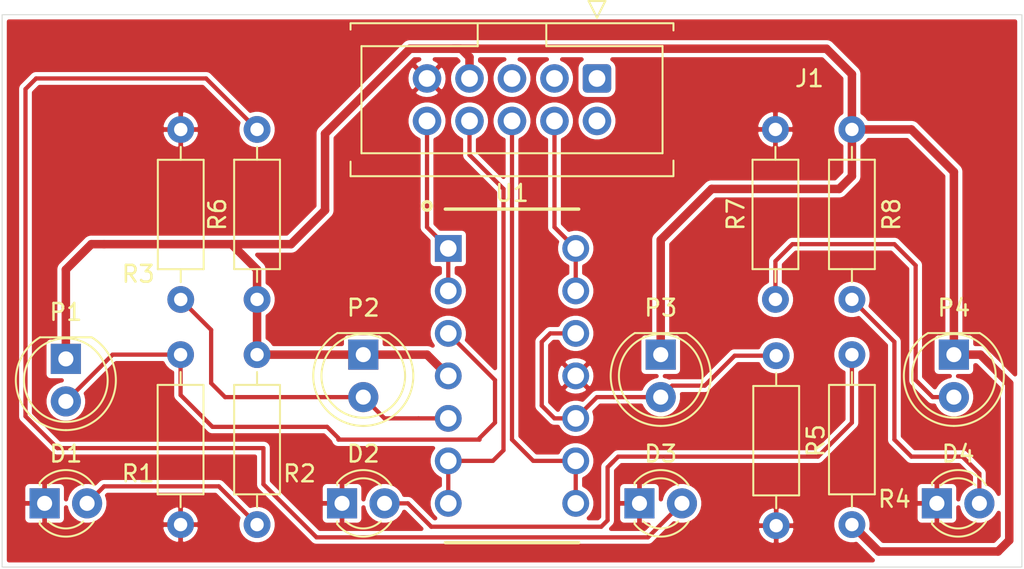
<source format=kicad_pcb>
(kicad_pcb (version 20171130) (host pcbnew 5.1.10-88a1d61d58~90~ubuntu20.04.1)

  (general
    (thickness 1.6)
    (drawings 4)
    (tracks 127)
    (zones 0)
    (modules 18)
    (nets 19)
  )

  (page A4)
  (layers
    (0 F.Cu signal)
    (31 B.Cu signal)
    (32 B.Adhes user)
    (33 F.Adhes user)
    (34 B.Paste user)
    (35 F.Paste user)
    (36 B.SilkS user)
    (37 F.SilkS user)
    (38 B.Mask user)
    (39 F.Mask user)
    (40 Dwgs.User user)
    (41 Cmts.User user)
    (42 Eco1.User user)
    (43 Eco2.User user)
    (44 Edge.Cuts user)
    (45 Margin user)
    (46 B.CrtYd user)
    (47 F.CrtYd user)
    (48 B.Fab user)
    (49 F.Fab user)
  )

  (setup
    (last_trace_width 0.254)
    (user_trace_width 0.508)
    (user_trace_width 0.762)
    (user_trace_width 1.016)
    (trace_clearance 0.254)
    (zone_clearance 0.254)
    (zone_45_only no)
    (trace_min 0.1524)
    (via_size 0.762)
    (via_drill 0.381)
    (via_min_size 0.6858)
    (via_min_drill 0.3302)
    (uvia_size 0.762)
    (uvia_drill 0.381)
    (uvias_allowed no)
    (uvia_min_size 0.6858)
    (uvia_min_drill 0.3302)
    (edge_width 0.05)
    (segment_width 0.2)
    (pcb_text_width 0.3)
    (pcb_text_size 1.5 1.5)
    (mod_edge_width 0.12)
    (mod_text_size 1 1)
    (mod_text_width 0.15)
    (pad_size 1.524 1.524)
    (pad_drill 0.762)
    (pad_to_mask_clearance 0)
    (aux_axis_origin 0 0)
    (visible_elements FFFFF77F)
    (pcbplotparams
      (layerselection 0x010fc_ffffffff)
      (usegerberextensions false)
      (usegerberattributes true)
      (usegerberadvancedattributes true)
      (creategerberjobfile true)
      (excludeedgelayer true)
      (linewidth 0.100000)
      (plotframeref false)
      (viasonmask false)
      (mode 1)
      (useauxorigin false)
      (hpglpennumber 1)
      (hpglpenspeed 20)
      (hpglpendiameter 15.000000)
      (psnegative false)
      (psa4output false)
      (plotreference true)
      (plotvalue true)
      (plotinvisibletext false)
      (padsonsilk false)
      (subtractmaskfromsilk false)
      (outputformat 1)
      (mirror false)
      (drillshape 1)
      (scaleselection 1)
      (outputdirectory ""))
  )

  (net 0 "")
  (net 1 GND)
  (net 2 "Net-(D1-Pad2)")
  (net 3 "Net-(D2-Pad2)")
  (net 4 "Net-(D3-Pad2)")
  (net 5 "Net-(D4-Pad2)")
  (net 6 "Net-(J1-Pad1)")
  (net 7 "Net-(J1-Pad3)")
  (net 8 "Net-(J1-Pad5)")
  (net 9 VCC)
  (net 10 "Net-(J1-Pad2)")
  (net 11 D1)
  (net 12 D2)
  (net 13 D3)
  (net 14 D4)
  (net 15 A1)
  (net 16 A2)
  (net 17 A3)
  (net 18 A4)

  (net_class Default "This is the default net class."
    (clearance 0.254)
    (trace_width 0.254)
    (via_dia 0.762)
    (via_drill 0.381)
    (uvia_dia 0.762)
    (uvia_drill 0.381)
    (add_net A1)
    (add_net A2)
    (add_net A3)
    (add_net A4)
    (add_net D1)
    (add_net D2)
    (add_net D3)
    (add_net D4)
    (add_net GND)
    (add_net "Net-(D1-Pad2)")
    (add_net "Net-(D2-Pad2)")
    (add_net "Net-(D3-Pad2)")
    (add_net "Net-(D4-Pad2)")
    (add_net "Net-(J1-Pad1)")
    (add_net "Net-(J1-Pad2)")
    (add_net "Net-(J1-Pad3)")
    (add_net "Net-(J1-Pad5)")
    (add_net VCC)
  )

  (module Connector_IDC:IDC-Header_2x05-1MP_P2.54mm_Latch6.5mm_Vertical (layer F.Cu) (tedit 61606CCB) (tstamp 615FEBC6)
    (at 157.48 88.9 270)
    (descr "Through hole IDC header, 2x05, 2.54mm pitch, DIN 41651 / IEC 60603-13, double rows, 6.5mm latches, mounting holes, https://docs.google.com/spreadsheets/d/16SsEcesNF15N3Lb4niX7dcUr-NY5_MFPQhobNuNppn4/edit#gid=0")
    (tags "Through hole vertical IDC header THT 2x05 2.54mm double row")
    (path /61630C15)
    (fp_text reference J1 (at 0 -12.7 180) (layer F.SilkS)
      (effects (font (size 1 1) (thickness 0.15)))
    )
    (fp_text value Conn_02x05_Odd_Even_MountingPin (at 7 5 180) (layer F.Fab) hide
      (effects (font (size 1 1) (thickness 0.15)))
    )
    (fp_line (start -3.13 -3.302) (end -2.13 -4.302) (layer F.Fab) (width 0.1))
    (fp_line (start -2.13 -4.302) (end 5.67 -4.302) (layer F.Fab) (width 0.1))
    (fp_line (start 5.67 -4.302) (end 5.6642 14.4272) (layer F.Fab) (width 0.1))
    (fp_line (start 5.588 14.478) (end -3.212 14.478) (layer F.Fab) (width 0.1))
    (fp_line (start -3.2004 14.478) (end -3.1808 -3.2766) (layer F.Fab) (width 0.1))
    (fp_line (start -3.13 3.03) (end -1.93 3.03) (layer F.Fab) (width 0.1))
    (fp_line (start -1.93 3.03) (end -1.93 -3.92) (layer F.Fab) (width 0.1))
    (fp_line (start -1.93 -3.92) (end 4.47 -3.92) (layer F.Fab) (width 0.1))
    (fp_line (start 4.47 -3.92) (end 4.47 14.08) (layer F.Fab) (width 0.1))
    (fp_line (start 4.47 14.08) (end -1.93 14.08) (layer F.Fab) (width 0.1))
    (fp_line (start -1.93 14.08) (end -1.93 7.13) (layer F.Fab) (width 0.1))
    (fp_line (start -1.93 7.13) (end -1.93 7.13) (layer F.Fab) (width 0.1))
    (fp_line (start -1.93 7.13) (end -3.13 7.13) (layer F.Fab) (width 0.1))
    (fp_line (start 4.91 -4.572) (end 5.78 -4.572) (layer F.SilkS) (width 0.12))
    (fp_line (start 5.842 -4.572) (end 5.842 14.732) (layer F.SilkS) (width 0.12))
    (fp_line (start 5.842 14.732) (end 4.972 14.732) (layer F.SilkS) (width 0.12))
    (fp_line (start -2.87 -4.572) (end -3.24 -4.572) (layer F.SilkS) (width 0.12))
    (fp_line (start -3.302 -4.572) (end -3.302 14.732) (layer F.SilkS) (width 0.12))
    (fp_line (start -3.291 14.732) (end -2.921 14.732) (layer F.SilkS) (width 0.12))
    (fp_line (start -3.24 3.03) (end -1.93 3.03) (layer F.SilkS) (width 0.12))
    (fp_line (start -1.93 3.03) (end -1.93 -3.92) (layer F.SilkS) (width 0.12))
    (fp_line (start -1.93 -3.92) (end 4.47 -3.92) (layer F.SilkS) (width 0.12))
    (fp_line (start 4.47 -3.92) (end 4.47 14.08) (layer F.SilkS) (width 0.12))
    (fp_line (start 4.47 14.08) (end -1.93 14.08) (layer F.SilkS) (width 0.12))
    (fp_line (start -1.93 14.08) (end -1.93 7.13) (layer F.SilkS) (width 0.12))
    (fp_line (start -1.93 7.13) (end -1.93 7.13) (layer F.SilkS) (width 0.12))
    (fp_line (start -1.93 7.13) (end -3.24 7.13) (layer F.SilkS) (width 0.12))
    (fp_line (start -3.63 0) (end -4.63 -0.5) (layer F.SilkS) (width 0.12))
    (fp_line (start -4.63 -0.5) (end -4.63 0.5) (layer F.SilkS) (width 0.12))
    (fp_line (start -4.63 0.5) (end -3.63 0) (layer F.SilkS) (width 0.12))
    (fp_text user %R (at 1.27 5.08) (layer F.Fab)
      (effects (font (size 1 1) (thickness 0.15)))
    )
    (pad 10 thru_hole circle (at 2.54 10.16 270) (size 1.7 1.7) (drill 1) (layers *.Cu *.Mask)
      (net 11 D1))
    (pad 8 thru_hole circle (at 2.54 7.62 270) (size 1.7 1.7) (drill 1) (layers *.Cu *.Mask)
      (net 12 D2))
    (pad 6 thru_hole circle (at 2.54 5.08 270) (size 1.7 1.7) (drill 1) (layers *.Cu *.Mask)
      (net 13 D3))
    (pad 4 thru_hole circle (at 2.54 2.54 270) (size 1.7 1.7) (drill 1) (layers *.Cu *.Mask)
      (net 14 D4))
    (pad 2 thru_hole circle (at 2.54 0 270) (size 1.7 1.7) (drill 1) (layers *.Cu *.Mask)
      (net 10 "Net-(J1-Pad2)"))
    (pad 9 thru_hole circle (at 0 10.16 270) (size 1.7 1.7) (drill 1) (layers *.Cu *.Mask)
      (net 1 GND))
    (pad 7 thru_hole circle (at 0 7.62 270) (size 1.7 1.7) (drill 1) (layers *.Cu *.Mask)
      (net 9 VCC))
    (pad 5 thru_hole circle (at 0 5.08 270) (size 1.7 1.7) (drill 1) (layers *.Cu *.Mask)
      (net 8 "Net-(J1-Pad5)"))
    (pad 3 thru_hole circle (at 0 2.54 270) (size 1.7 1.7) (drill 1) (layers *.Cu *.Mask)
      (net 7 "Net-(J1-Pad3)"))
    (pad 1 thru_hole roundrect (at 0 0 270) (size 1.7 1.7) (drill 1) (layers *.Cu *.Mask) (roundrect_rratio 0.147059)
      (net 6 "Net-(J1-Pad1)"))
    (model ${KISYS3DMOD}/Connector_IDC.3dshapes/IDC-Header_2x05-1MP_P2.54mm_Latch6.5mm_Vertical.wrl
      (at (xyz 0 0 0))
      (scale (xyz 1 1 1))
      (rotate (xyz 0 0 0))
    )
  )

  (module LED_THT:LED_D3.0mm (layer F.Cu) (tedit 587A3A7B) (tstamp 615FEB4E)
    (at 124.46 114.3)
    (descr "LED, diameter 3.0mm, 2 pins")
    (tags "LED diameter 3.0mm 2 pins")
    (path /61561A22)
    (fp_text reference D1 (at 1.27 -2.96) (layer F.SilkS)
      (effects (font (size 1 1) (thickness 0.15)))
    )
    (fp_text value LED (at 1.27 2.96) (layer F.Fab) hide
      (effects (font (size 1 1) (thickness 0.15)))
    )
    (fp_line (start 3.7 -2.25) (end -1.15 -2.25) (layer F.CrtYd) (width 0.05))
    (fp_line (start 3.7 2.25) (end 3.7 -2.25) (layer F.CrtYd) (width 0.05))
    (fp_line (start -1.15 2.25) (end 3.7 2.25) (layer F.CrtYd) (width 0.05))
    (fp_line (start -1.15 -2.25) (end -1.15 2.25) (layer F.CrtYd) (width 0.05))
    (fp_line (start -0.29 1.08) (end -0.29 1.236) (layer F.SilkS) (width 0.12))
    (fp_line (start -0.29 -1.236) (end -0.29 -1.08) (layer F.SilkS) (width 0.12))
    (fp_line (start -0.23 -1.16619) (end -0.23 1.16619) (layer F.Fab) (width 0.1))
    (fp_circle (center 1.27 0) (end 2.77 0) (layer F.Fab) (width 0.1))
    (fp_arc (start 1.27 0) (end -0.23 -1.16619) (angle 284.3) (layer F.Fab) (width 0.1))
    (fp_arc (start 1.27 0) (end -0.29 -1.235516) (angle 108.8) (layer F.SilkS) (width 0.12))
    (fp_arc (start 1.27 0) (end -0.29 1.235516) (angle -108.8) (layer F.SilkS) (width 0.12))
    (fp_arc (start 1.27 0) (end 0.229039 -1.08) (angle 87.9) (layer F.SilkS) (width 0.12))
    (fp_arc (start 1.27 0) (end 0.229039 1.08) (angle -87.9) (layer F.SilkS) (width 0.12))
    (pad 1 thru_hole rect (at 0 0) (size 1.8 1.8) (drill 0.9) (layers *.Cu *.Mask)
      (net 1 GND))
    (pad 2 thru_hole circle (at 2.54 0) (size 1.8 1.8) (drill 0.9) (layers *.Cu *.Mask)
      (net 2 "Net-(D1-Pad2)"))
    (model ${KISYS3DMOD}/LED_THT.3dshapes/LED_D3.0mm.wrl
      (at (xyz 0 0 0))
      (scale (xyz 1 1 1))
      (rotate (xyz 0 0 0))
    )
  )

  (module LED_THT:LED_D3.0mm (layer F.Cu) (tedit 587A3A7B) (tstamp 615FEB61)
    (at 142.24 114.3)
    (descr "LED, diameter 3.0mm, 2 pins")
    (tags "LED diameter 3.0mm 2 pins")
    (path /61566240)
    (fp_text reference D2 (at 1.27 -2.96) (layer F.SilkS)
      (effects (font (size 1 1) (thickness 0.15)))
    )
    (fp_text value LED (at 1.27 2.96) (layer F.Fab) hide
      (effects (font (size 1 1) (thickness 0.15)))
    )
    (fp_circle (center 1.27 0) (end 2.77 0) (layer F.Fab) (width 0.1))
    (fp_line (start -0.23 -1.16619) (end -0.23 1.16619) (layer F.Fab) (width 0.1))
    (fp_line (start -0.29 -1.236) (end -0.29 -1.08) (layer F.SilkS) (width 0.12))
    (fp_line (start -0.29 1.08) (end -0.29 1.236) (layer F.SilkS) (width 0.12))
    (fp_line (start -1.15 -2.25) (end -1.15 2.25) (layer F.CrtYd) (width 0.05))
    (fp_line (start -1.15 2.25) (end 3.7 2.25) (layer F.CrtYd) (width 0.05))
    (fp_line (start 3.7 2.25) (end 3.7 -2.25) (layer F.CrtYd) (width 0.05))
    (fp_line (start 3.7 -2.25) (end -1.15 -2.25) (layer F.CrtYd) (width 0.05))
    (fp_arc (start 1.27 0) (end 0.229039 1.08) (angle -87.9) (layer F.SilkS) (width 0.12))
    (fp_arc (start 1.27 0) (end 0.229039 -1.08) (angle 87.9) (layer F.SilkS) (width 0.12))
    (fp_arc (start 1.27 0) (end -0.29 1.235516) (angle -108.8) (layer F.SilkS) (width 0.12))
    (fp_arc (start 1.27 0) (end -0.29 -1.235516) (angle 108.8) (layer F.SilkS) (width 0.12))
    (fp_arc (start 1.27 0) (end -0.23 -1.16619) (angle 284.3) (layer F.Fab) (width 0.1))
    (pad 2 thru_hole circle (at 2.54 0) (size 1.8 1.8) (drill 0.9) (layers *.Cu *.Mask)
      (net 3 "Net-(D2-Pad2)"))
    (pad 1 thru_hole rect (at 0 0) (size 1.8 1.8) (drill 0.9) (layers *.Cu *.Mask)
      (net 1 GND))
    (model ${KISYS3DMOD}/LED_THT.3dshapes/LED_D3.0mm.wrl
      (at (xyz 0 0 0))
      (scale (xyz 1 1 1))
      (rotate (xyz 0 0 0))
    )
  )

  (module LED_THT:LED_D3.0mm (layer F.Cu) (tedit 587A3A7B) (tstamp 616064D7)
    (at 160.02 114.3)
    (descr "LED, diameter 3.0mm, 2 pins")
    (tags "LED diameter 3.0mm 2 pins")
    (path /6156695A)
    (fp_text reference D3 (at 1.27 -2.96) (layer F.SilkS)
      (effects (font (size 1 1) (thickness 0.15)))
    )
    (fp_text value LED (at 1.27 2.96) (layer F.Fab) hide
      (effects (font (size 1 1) (thickness 0.15)))
    )
    (fp_line (start 3.7 -2.25) (end -1.15 -2.25) (layer F.CrtYd) (width 0.05))
    (fp_line (start 3.7 2.25) (end 3.7 -2.25) (layer F.CrtYd) (width 0.05))
    (fp_line (start -1.15 2.25) (end 3.7 2.25) (layer F.CrtYd) (width 0.05))
    (fp_line (start -1.15 -2.25) (end -1.15 2.25) (layer F.CrtYd) (width 0.05))
    (fp_line (start -0.29 1.08) (end -0.29 1.236) (layer F.SilkS) (width 0.12))
    (fp_line (start -0.29 -1.236) (end -0.29 -1.08) (layer F.SilkS) (width 0.12))
    (fp_line (start -0.23 -1.16619) (end -0.23 1.16619) (layer F.Fab) (width 0.1))
    (fp_circle (center 1.27 0) (end 2.77 0) (layer F.Fab) (width 0.1))
    (fp_arc (start 1.27 0) (end -0.23 -1.16619) (angle 284.3) (layer F.Fab) (width 0.1))
    (fp_arc (start 1.27 0) (end -0.29 -1.235516) (angle 108.8) (layer F.SilkS) (width 0.12))
    (fp_arc (start 1.27 0) (end -0.29 1.235516) (angle -108.8) (layer F.SilkS) (width 0.12))
    (fp_arc (start 1.27 0) (end 0.229039 -1.08) (angle 87.9) (layer F.SilkS) (width 0.12))
    (fp_arc (start 1.27 0) (end 0.229039 1.08) (angle -87.9) (layer F.SilkS) (width 0.12))
    (pad 1 thru_hole rect (at 0 0) (size 1.8 1.8) (drill 0.9) (layers *.Cu *.Mask)
      (net 1 GND))
    (pad 2 thru_hole circle (at 2.54 0) (size 1.8 1.8) (drill 0.9) (layers *.Cu *.Mask)
      (net 4 "Net-(D3-Pad2)"))
    (model ${KISYS3DMOD}/LED_THT.3dshapes/LED_D3.0mm.wrl
      (at (xyz 0 0 0))
      (scale (xyz 1 1 1))
      (rotate (xyz 0 0 0))
    )
  )

  (module LED_THT:LED_D3.0mm (layer F.Cu) (tedit 587A3A7B) (tstamp 615FEB87)
    (at 177.8 114.3)
    (descr "LED, diameter 3.0mm, 2 pins")
    (tags "LED diameter 3.0mm 2 pins")
    (path /61567024)
    (fp_text reference D4 (at 1.27 -2.96) (layer F.SilkS)
      (effects (font (size 1 1) (thickness 0.15)))
    )
    (fp_text value LED (at 1.27 2.96) (layer F.Fab) hide
      (effects (font (size 1 1) (thickness 0.15)))
    )
    (fp_circle (center 1.27 0) (end 2.77 0) (layer F.Fab) (width 0.1))
    (fp_line (start -0.23 -1.16619) (end -0.23 1.16619) (layer F.Fab) (width 0.1))
    (fp_line (start -0.29 -1.236) (end -0.29 -1.08) (layer F.SilkS) (width 0.12))
    (fp_line (start -0.29 1.08) (end -0.29 1.236) (layer F.SilkS) (width 0.12))
    (fp_line (start -1.15 -2.25) (end -1.15 2.25) (layer F.CrtYd) (width 0.05))
    (fp_line (start -1.15 2.25) (end 3.7 2.25) (layer F.CrtYd) (width 0.05))
    (fp_line (start 3.7 2.25) (end 3.7 -2.25) (layer F.CrtYd) (width 0.05))
    (fp_line (start 3.7 -2.25) (end -1.15 -2.25) (layer F.CrtYd) (width 0.05))
    (fp_arc (start 1.27 0) (end 0.229039 1.08) (angle -87.9) (layer F.SilkS) (width 0.12))
    (fp_arc (start 1.27 0) (end 0.229039 -1.08) (angle 87.9) (layer F.SilkS) (width 0.12))
    (fp_arc (start 1.27 0) (end -0.29 1.235516) (angle -108.8) (layer F.SilkS) (width 0.12))
    (fp_arc (start 1.27 0) (end -0.29 -1.235516) (angle 108.8) (layer F.SilkS) (width 0.12))
    (fp_arc (start 1.27 0) (end -0.23 -1.16619) (angle 284.3) (layer F.Fab) (width 0.1))
    (pad 2 thru_hole circle (at 2.54 0) (size 1.8 1.8) (drill 0.9) (layers *.Cu *.Mask)
      (net 5 "Net-(D4-Pad2)"))
    (pad 1 thru_hole rect (at 0 0) (size 1.8 1.8) (drill 0.9) (layers *.Cu *.Mask)
      (net 1 GND))
    (model ${KISYS3DMOD}/LED_THT.3dshapes/LED_D3.0mm.wrl
      (at (xyz 0 0 0))
      (scale (xyz 1 1 1))
      (rotate (xyz 0 0 0))
    )
  )

  (module LED_THT:LED_D5.0mm (layer F.Cu) (tedit 5995936A) (tstamp 615FEBD8)
    (at 125.73 105.664 270)
    (descr "LED, diameter 5.0mm, 2 pins, http://cdn-reichelt.de/documents/datenblatt/A500/LL-504BC2E-009.pdf")
    (tags "LED diameter 5.0mm 2 pins")
    (path /61562B7A)
    (fp_text reference P1 (at -2.794 0 180) (layer F.SilkS)
      (effects (font (size 1 1) (thickness 0.15)))
    )
    (fp_text value D_Photo (at 0.762 -4.318 270) (layer F.Fab) hide
      (effects (font (size 1 1) (thickness 0.15)))
    )
    (fp_line (start 4.5 -3.25) (end -1.95 -3.25) (layer F.CrtYd) (width 0.05))
    (fp_line (start 4.5 3.25) (end 4.5 -3.25) (layer F.CrtYd) (width 0.05))
    (fp_line (start -1.95 3.25) (end 4.5 3.25) (layer F.CrtYd) (width 0.05))
    (fp_line (start -1.95 -3.25) (end -1.95 3.25) (layer F.CrtYd) (width 0.05))
    (fp_line (start -1.29 -1.545) (end -1.29 1.545) (layer F.SilkS) (width 0.12))
    (fp_line (start -1.23 -1.469694) (end -1.23 1.469694) (layer F.Fab) (width 0.1))
    (fp_circle (center 1.27 0) (end 3.77 0) (layer F.SilkS) (width 0.12))
    (fp_circle (center 1.27 0) (end 3.77 0) (layer F.Fab) (width 0.1))
    (fp_arc (start 1.27 0) (end -1.23 -1.469694) (angle 299.1) (layer F.Fab) (width 0.1))
    (fp_arc (start 1.27 0) (end -1.29 -1.54483) (angle 148.9) (layer F.SilkS) (width 0.12))
    (fp_arc (start 1.27 0) (end -1.29 1.54483) (angle -148.9) (layer F.SilkS) (width 0.12))
    (fp_text user %R (at 1.25 0 90) (layer F.Fab)
      (effects (font (size 0.8 0.8) (thickness 0.2)))
    )
    (pad 1 thru_hole rect (at 0 0 270) (size 1.8 1.8) (drill 0.9) (layers *.Cu *.Mask)
      (net 9 VCC))
    (pad 2 thru_hole circle (at 2.54 0 270) (size 1.8 1.8) (drill 0.9) (layers *.Cu *.Mask)
      (net 15 A1))
    (model ${KISYS3DMOD}/LED_THT.3dshapes/LED_D5.0mm.wrl
      (at (xyz 0 0 0))
      (scale (xyz 1 1 1))
      (rotate (xyz 0 0 0))
    )
  )

  (module LED_THT:LED_D5.0mm (layer F.Cu) (tedit 5995936A) (tstamp 615FEBEA)
    (at 143.51 105.41 270)
    (descr "LED, diameter 5.0mm, 2 pins, http://cdn-reichelt.de/documents/datenblatt/A500/LL-504BC2E-009.pdf")
    (tags "LED diameter 5.0mm 2 pins")
    (path /6156468C)
    (fp_text reference P2 (at -2.794 0 180) (layer F.SilkS)
      (effects (font (size 1 1) (thickness 0.15)))
    )
    (fp_text value D_Photo (at 1.27 4.064 90) (layer F.Fab) hide
      (effects (font (size 1 1) (thickness 0.15)))
    )
    (fp_circle (center 1.27 0) (end 3.77 0) (layer F.Fab) (width 0.1))
    (fp_circle (center 1.27 0) (end 3.77 0) (layer F.SilkS) (width 0.12))
    (fp_line (start -1.23 -1.469694) (end -1.23 1.469694) (layer F.Fab) (width 0.1))
    (fp_line (start -1.29 -1.545) (end -1.29 1.545) (layer F.SilkS) (width 0.12))
    (fp_line (start -1.95 -3.25) (end -1.95 3.25) (layer F.CrtYd) (width 0.05))
    (fp_line (start -1.95 3.25) (end 4.5 3.25) (layer F.CrtYd) (width 0.05))
    (fp_line (start 4.5 3.25) (end 4.5 -3.25) (layer F.CrtYd) (width 0.05))
    (fp_line (start 4.5 -3.25) (end -1.95 -3.25) (layer F.CrtYd) (width 0.05))
    (fp_text user %R (at 1.25 0 90) (layer F.Fab)
      (effects (font (size 0.8 0.8) (thickness 0.2)))
    )
    (fp_arc (start 1.27 0) (end -1.29 1.54483) (angle -148.9) (layer F.SilkS) (width 0.12))
    (fp_arc (start 1.27 0) (end -1.29 -1.54483) (angle 148.9) (layer F.SilkS) (width 0.12))
    (fp_arc (start 1.27 0) (end -1.23 -1.469694) (angle 299.1) (layer F.Fab) (width 0.1))
    (pad 2 thru_hole circle (at 2.54 0 270) (size 1.8 1.8) (drill 0.9) (layers *.Cu *.Mask)
      (net 16 A2))
    (pad 1 thru_hole rect (at 0 0 270) (size 1.8 1.8) (drill 0.9) (layers *.Cu *.Mask)
      (net 9 VCC))
    (model ${KISYS3DMOD}/LED_THT.3dshapes/LED_D5.0mm.wrl
      (at (xyz 0 0 0))
      (scale (xyz 1 1 1))
      (rotate (xyz 0 0 0))
    )
  )

  (module LED_THT:LED_D5.0mm (layer F.Cu) (tedit 5995936A) (tstamp 615FF4EE)
    (at 161.29 105.41 270)
    (descr "LED, diameter 5.0mm, 2 pins, http://cdn-reichelt.de/documents/datenblatt/A500/LL-504BC2E-009.pdf")
    (tags "LED diameter 5.0mm 2 pins")
    (path /6156560A)
    (fp_text reference P3 (at -2.794 0 180) (layer F.SilkS)
      (effects (font (size 1 1) (thickness 0.15)))
    )
    (fp_text value D_Photo (at 1.27 -4.318 270) (layer F.Fab) hide
      (effects (font (size 1 1) (thickness 0.15)))
    )
    (fp_line (start 4.5 -3.25) (end -1.95 -3.25) (layer F.CrtYd) (width 0.05))
    (fp_line (start 4.5 3.25) (end 4.5 -3.25) (layer F.CrtYd) (width 0.05))
    (fp_line (start -1.95 3.25) (end 4.5 3.25) (layer F.CrtYd) (width 0.05))
    (fp_line (start -1.95 -3.25) (end -1.95 3.25) (layer F.CrtYd) (width 0.05))
    (fp_line (start -1.29 -1.545) (end -1.29 1.545) (layer F.SilkS) (width 0.12))
    (fp_line (start -1.23 -1.469694) (end -1.23 1.469694) (layer F.Fab) (width 0.1))
    (fp_circle (center 1.27 0) (end 3.77 0) (layer F.SilkS) (width 0.12))
    (fp_circle (center 1.27 0) (end 3.77 0) (layer F.Fab) (width 0.1))
    (fp_arc (start 1.27 0) (end -1.23 -1.469694) (angle 299.1) (layer F.Fab) (width 0.1))
    (fp_arc (start 1.27 0) (end -1.29 -1.54483) (angle 148.9) (layer F.SilkS) (width 0.12))
    (fp_arc (start 1.27 0) (end -1.29 1.54483) (angle -148.9) (layer F.SilkS) (width 0.12))
    (fp_text user %R (at 1.25 0 90) (layer F.Fab)
      (effects (font (size 0.8 0.8) (thickness 0.2)))
    )
    (pad 1 thru_hole rect (at 0 0 270) (size 1.8 1.8) (drill 0.9) (layers *.Cu *.Mask)
      (net 9 VCC))
    (pad 2 thru_hole circle (at 2.54 0 270) (size 1.8 1.8) (drill 0.9) (layers *.Cu *.Mask)
      (net 17 A3))
    (model ${KISYS3DMOD}/LED_THT.3dshapes/LED_D5.0mm.wrl
      (at (xyz 0 0 0))
      (scale (xyz 1 1 1))
      (rotate (xyz 0 0 0))
    )
  )

  (module LED_THT:LED_D5.0mm (layer F.Cu) (tedit 5995936A) (tstamp 615FEC0E)
    (at 178.816 105.41 270)
    (descr "LED, diameter 5.0mm, 2 pins, http://cdn-reichelt.de/documents/datenblatt/A500/LL-504BC2E-009.pdf")
    (tags "LED diameter 5.0mm 2 pins")
    (path /61565BB0)
    (fp_text reference P4 (at -2.794 0 180) (layer F.SilkS)
      (effects (font (size 1 1) (thickness 0.15)))
    )
    (fp_text value D_Photo (at 0.762 3.96 90) (layer F.Fab) hide
      (effects (font (size 1 1) (thickness 0.15)))
    )
    (fp_circle (center 1.27 0) (end 3.77 0) (layer F.Fab) (width 0.1))
    (fp_circle (center 1.27 0) (end 3.77 0) (layer F.SilkS) (width 0.12))
    (fp_line (start -1.23 -1.469694) (end -1.23 1.469694) (layer F.Fab) (width 0.1))
    (fp_line (start -1.29 -1.545) (end -1.29 1.545) (layer F.SilkS) (width 0.12))
    (fp_line (start -1.95 -3.25) (end -1.95 3.25) (layer F.CrtYd) (width 0.05))
    (fp_line (start -1.95 3.25) (end 4.5 3.25) (layer F.CrtYd) (width 0.05))
    (fp_line (start 4.5 3.25) (end 4.5 -3.25) (layer F.CrtYd) (width 0.05))
    (fp_line (start 4.5 -3.25) (end -1.95 -3.25) (layer F.CrtYd) (width 0.05))
    (fp_text user %R (at 1.25 0 90) (layer F.Fab)
      (effects (font (size 0.8 0.8) (thickness 0.2)))
    )
    (fp_arc (start 1.27 0) (end -1.29 1.54483) (angle -148.9) (layer F.SilkS) (width 0.12))
    (fp_arc (start 1.27 0) (end -1.29 -1.54483) (angle 148.9) (layer F.SilkS) (width 0.12))
    (fp_arc (start 1.27 0) (end -1.23 -1.469694) (angle 299.1) (layer F.Fab) (width 0.1))
    (pad 2 thru_hole circle (at 2.54 0 270) (size 1.8 1.8) (drill 0.9) (layers *.Cu *.Mask)
      (net 18 A4))
    (pad 1 thru_hole rect (at 0 0 270) (size 1.8 1.8) (drill 0.9) (layers *.Cu *.Mask)
      (net 9 VCC))
    (model ${KISYS3DMOD}/LED_THT.3dshapes/LED_D5.0mm.wrl
      (at (xyz 0 0 0))
      (scale (xyz 1 1 1))
      (rotate (xyz 0 0 0))
    )
  )

  (module Resistor_THT:R_Axial_DIN0207_L6.3mm_D2.5mm_P10.16mm_Horizontal (layer F.Cu) (tedit 5AE5139B) (tstamp 615FEC25)
    (at 132.588 105.41 270)
    (descr "Resistor, Axial_DIN0207 series, Axial, Horizontal, pin pitch=10.16mm, 0.25W = 1/4W, length*diameter=6.3*2.5mm^2, http://cdn-reichelt.de/documents/datenblatt/B400/1_4W%23YAG.pdf")
    (tags "Resistor Axial_DIN0207 series Axial Horizontal pin pitch 10.16mm 0.25W = 1/4W length 6.3mm diameter 2.5mm")
    (path /6157211F)
    (fp_text reference R1 (at 7.112 2.54 180) (layer F.SilkS)
      (effects (font (size 1 1) (thickness 0.15)))
    )
    (fp_text value 75 (at 5.08 2.37 90) (layer F.Fab) hide
      (effects (font (size 1 1) (thickness 0.15)))
    )
    (fp_line (start 1.93 -1.25) (end 1.93 1.25) (layer F.Fab) (width 0.1))
    (fp_line (start 1.93 1.25) (end 8.23 1.25) (layer F.Fab) (width 0.1))
    (fp_line (start 8.23 1.25) (end 8.23 -1.25) (layer F.Fab) (width 0.1))
    (fp_line (start 8.23 -1.25) (end 1.93 -1.25) (layer F.Fab) (width 0.1))
    (fp_line (start 0 0) (end 1.93 0) (layer F.Fab) (width 0.1))
    (fp_line (start 10.16 0) (end 8.23 0) (layer F.Fab) (width 0.1))
    (fp_line (start 1.81 -1.37) (end 1.81 1.37) (layer F.SilkS) (width 0.12))
    (fp_line (start 1.81 1.37) (end 8.35 1.37) (layer F.SilkS) (width 0.12))
    (fp_line (start 8.35 1.37) (end 8.35 -1.37) (layer F.SilkS) (width 0.12))
    (fp_line (start 8.35 -1.37) (end 1.81 -1.37) (layer F.SilkS) (width 0.12))
    (fp_line (start 1.04 0) (end 1.81 0) (layer F.SilkS) (width 0.12))
    (fp_line (start 9.12 0) (end 8.35 0) (layer F.SilkS) (width 0.12))
    (fp_line (start -1.05 -1.5) (end -1.05 1.5) (layer F.CrtYd) (width 0.05))
    (fp_line (start -1.05 1.5) (end 11.21 1.5) (layer F.CrtYd) (width 0.05))
    (fp_line (start 11.21 1.5) (end 11.21 -1.5) (layer F.CrtYd) (width 0.05))
    (fp_line (start 11.21 -1.5) (end -1.05 -1.5) (layer F.CrtYd) (width 0.05))
    (fp_text user %R (at 5.08 0 90) (layer F.Fab)
      (effects (font (size 1 1) (thickness 0.15)))
    )
    (pad 2 thru_hole oval (at 10.16 0 270) (size 1.6 1.6) (drill 0.8) (layers *.Cu *.Mask)
      (net 1 GND))
    (pad 1 thru_hole circle (at 0 0 270) (size 1.6 1.6) (drill 0.8) (layers *.Cu *.Mask)
      (net 15 A1))
    (model ${KISYS3DMOD}/Resistor_THT.3dshapes/R_Axial_DIN0207_L6.3mm_D2.5mm_P10.16mm_Horizontal.wrl
      (at (xyz 0 0 0))
      (scale (xyz 1 1 1))
      (rotate (xyz 0 0 0))
    )
  )

  (module Resistor_THT:R_Axial_DIN0207_L6.3mm_D2.5mm_P10.16mm_Horizontal (layer F.Cu) (tedit 5AE5139B) (tstamp 615FEC3C)
    (at 137.16 105.41 270)
    (descr "Resistor, Axial_DIN0207 series, Axial, Horizontal, pin pitch=10.16mm, 0.25W = 1/4W, length*diameter=6.3*2.5mm^2, http://cdn-reichelt.de/documents/datenblatt/B400/1_4W%23YAG.pdf")
    (tags "Resistor Axial_DIN0207 series Axial Horizontal pin pitch 10.16mm 0.25W = 1/4W length 6.3mm diameter 2.5mm")
    (path /615781B9)
    (fp_text reference R2 (at 7.112 -2.54 180) (layer F.SilkS)
      (effects (font (size 1 1) (thickness 0.15)))
    )
    (fp_text value 10k (at 5.08 2.032 90) (layer F.Fab) hide
      (effects (font (size 1 1) (thickness 0.15)))
    )
    (fp_line (start 11.21 -1.5) (end -1.05 -1.5) (layer F.CrtYd) (width 0.05))
    (fp_line (start 11.21 1.5) (end 11.21 -1.5) (layer F.CrtYd) (width 0.05))
    (fp_line (start -1.05 1.5) (end 11.21 1.5) (layer F.CrtYd) (width 0.05))
    (fp_line (start -1.05 -1.5) (end -1.05 1.5) (layer F.CrtYd) (width 0.05))
    (fp_line (start 9.12 0) (end 8.35 0) (layer F.SilkS) (width 0.12))
    (fp_line (start 1.04 0) (end 1.81 0) (layer F.SilkS) (width 0.12))
    (fp_line (start 8.35 -1.37) (end 1.81 -1.37) (layer F.SilkS) (width 0.12))
    (fp_line (start 8.35 1.37) (end 8.35 -1.37) (layer F.SilkS) (width 0.12))
    (fp_line (start 1.81 1.37) (end 8.35 1.37) (layer F.SilkS) (width 0.12))
    (fp_line (start 1.81 -1.37) (end 1.81 1.37) (layer F.SilkS) (width 0.12))
    (fp_line (start 10.16 0) (end 8.23 0) (layer F.Fab) (width 0.1))
    (fp_line (start 0 0) (end 1.93 0) (layer F.Fab) (width 0.1))
    (fp_line (start 8.23 -1.25) (end 1.93 -1.25) (layer F.Fab) (width 0.1))
    (fp_line (start 8.23 1.25) (end 8.23 -1.25) (layer F.Fab) (width 0.1))
    (fp_line (start 1.93 1.25) (end 8.23 1.25) (layer F.Fab) (width 0.1))
    (fp_line (start 1.93 -1.25) (end 1.93 1.25) (layer F.Fab) (width 0.1))
    (fp_text user %R (at 5.08 0 90) (layer F.Fab)
      (effects (font (size 1 1) (thickness 0.15)))
    )
    (pad 1 thru_hole circle (at 0 0 270) (size 1.6 1.6) (drill 0.8) (layers *.Cu *.Mask)
      (net 9 VCC))
    (pad 2 thru_hole oval (at 10.16 0 270) (size 1.6 1.6) (drill 0.8) (layers *.Cu *.Mask)
      (net 2 "Net-(D1-Pad2)"))
    (model ${KISYS3DMOD}/Resistor_THT.3dshapes/R_Axial_DIN0207_L6.3mm_D2.5mm_P10.16mm_Horizontal.wrl
      (at (xyz 0 0 0))
      (scale (xyz 1 1 1))
      (rotate (xyz 0 0 0))
    )
  )

  (module Resistor_THT:R_Axial_DIN0207_L6.3mm_D2.5mm_P10.16mm_Horizontal (layer F.Cu) (tedit 5AE5139B) (tstamp 61605DCA)
    (at 132.59816 102.11308 90)
    (descr "Resistor, Axial_DIN0207 series, Axial, Horizontal, pin pitch=10.16mm, 0.25W = 1/4W, length*diameter=6.3*2.5mm^2, http://cdn-reichelt.de/documents/datenblatt/B400/1_4W%23YAG.pdf")
    (tags "Resistor Axial_DIN0207 series Axial Horizontal pin pitch 10.16mm 0.25W = 1/4W length 6.3mm diameter 2.5mm")
    (path /61578855)
    (fp_text reference R3 (at 1.524 -2.54 180) (layer F.SilkS)
      (effects (font (size 1 1) (thickness 0.15)))
    )
    (fp_text value 75 (at 5.08 2.37 90) (layer F.Fab) hide
      (effects (font (size 1 1) (thickness 0.15)))
    )
    (fp_line (start 1.93 -1.25) (end 1.93 1.25) (layer F.Fab) (width 0.1))
    (fp_line (start 1.93 1.25) (end 8.23 1.25) (layer F.Fab) (width 0.1))
    (fp_line (start 8.23 1.25) (end 8.23 -1.25) (layer F.Fab) (width 0.1))
    (fp_line (start 8.23 -1.25) (end 1.93 -1.25) (layer F.Fab) (width 0.1))
    (fp_line (start 0 0) (end 1.93 0) (layer F.Fab) (width 0.1))
    (fp_line (start 10.16 0) (end 8.23 0) (layer F.Fab) (width 0.1))
    (fp_line (start 1.81 -1.37) (end 1.81 1.37) (layer F.SilkS) (width 0.12))
    (fp_line (start 1.81 1.37) (end 8.35 1.37) (layer F.SilkS) (width 0.12))
    (fp_line (start 8.35 1.37) (end 8.35 -1.37) (layer F.SilkS) (width 0.12))
    (fp_line (start 8.35 -1.37) (end 1.81 -1.37) (layer F.SilkS) (width 0.12))
    (fp_line (start 1.04 0) (end 1.81 0) (layer F.SilkS) (width 0.12))
    (fp_line (start 9.12 0) (end 8.35 0) (layer F.SilkS) (width 0.12))
    (fp_line (start -1.05 -1.5) (end -1.05 1.5) (layer F.CrtYd) (width 0.05))
    (fp_line (start -1.05 1.5) (end 11.21 1.5) (layer F.CrtYd) (width 0.05))
    (fp_line (start 11.21 1.5) (end 11.21 -1.5) (layer F.CrtYd) (width 0.05))
    (fp_line (start 11.21 -1.5) (end -1.05 -1.5) (layer F.CrtYd) (width 0.05))
    (fp_text user %R (at 5.08 0 90) (layer F.Fab)
      (effects (font (size 1 1) (thickness 0.15)))
    )
    (pad 2 thru_hole oval (at 10.16 0 90) (size 1.6 1.6) (drill 0.8) (layers *.Cu *.Mask)
      (net 1 GND))
    (pad 1 thru_hole circle (at 0 0 90) (size 1.6 1.6) (drill 0.8) (layers *.Cu *.Mask)
      (net 16 A2))
    (model ${KISYS3DMOD}/Resistor_THT.3dshapes/R_Axial_DIN0207_L6.3mm_D2.5mm_P10.16mm_Horizontal.wrl
      (at (xyz 0 0 0))
      (scale (xyz 1 1 1))
      (rotate (xyz 0 0 0))
    )
  )

  (module Resistor_THT:R_Axial_DIN0207_L6.3mm_D2.5mm_P10.16mm_Horizontal (layer F.Cu) (tedit 5AE5139B) (tstamp 615FEC6A)
    (at 172.72 115.57 90)
    (descr "Resistor, Axial_DIN0207 series, Axial, Horizontal, pin pitch=10.16mm, 0.25W = 1/4W, length*diameter=6.3*2.5mm^2, http://cdn-reichelt.de/documents/datenblatt/B400/1_4W%23YAG.pdf")
    (tags "Resistor Axial_DIN0207 series Axial Horizontal pin pitch 10.16mm 0.25W = 1/4W length 6.3mm diameter 2.5mm")
    (path /61578F16)
    (fp_text reference R4 (at 1.524 2.54 180) (layer F.SilkS)
      (effects (font (size 1 1) (thickness 0.15)))
    )
    (fp_text value 10k (at 4.318 2.37 90) (layer F.Fab) hide
      (effects (font (size 1 1) (thickness 0.15)))
    )
    (fp_line (start 11.21 -1.5) (end -1.05 -1.5) (layer F.CrtYd) (width 0.05))
    (fp_line (start 11.21 1.5) (end 11.21 -1.5) (layer F.CrtYd) (width 0.05))
    (fp_line (start -1.05 1.5) (end 11.21 1.5) (layer F.CrtYd) (width 0.05))
    (fp_line (start -1.05 -1.5) (end -1.05 1.5) (layer F.CrtYd) (width 0.05))
    (fp_line (start 9.12 0) (end 8.35 0) (layer F.SilkS) (width 0.12))
    (fp_line (start 1.04 0) (end 1.81 0) (layer F.SilkS) (width 0.12))
    (fp_line (start 8.35 -1.37) (end 1.81 -1.37) (layer F.SilkS) (width 0.12))
    (fp_line (start 8.35 1.37) (end 8.35 -1.37) (layer F.SilkS) (width 0.12))
    (fp_line (start 1.81 1.37) (end 8.35 1.37) (layer F.SilkS) (width 0.12))
    (fp_line (start 1.81 -1.37) (end 1.81 1.37) (layer F.SilkS) (width 0.12))
    (fp_line (start 10.16 0) (end 8.23 0) (layer F.Fab) (width 0.1))
    (fp_line (start 0 0) (end 1.93 0) (layer F.Fab) (width 0.1))
    (fp_line (start 8.23 -1.25) (end 1.93 -1.25) (layer F.Fab) (width 0.1))
    (fp_line (start 8.23 1.25) (end 8.23 -1.25) (layer F.Fab) (width 0.1))
    (fp_line (start 1.93 1.25) (end 8.23 1.25) (layer F.Fab) (width 0.1))
    (fp_line (start 1.93 -1.25) (end 1.93 1.25) (layer F.Fab) (width 0.1))
    (fp_text user %R (at 5.08 0 90) (layer F.Fab)
      (effects (font (size 1 1) (thickness 0.15)))
    )
    (pad 1 thru_hole circle (at 0 0 90) (size 1.6 1.6) (drill 0.8) (layers *.Cu *.Mask)
      (net 9 VCC))
    (pad 2 thru_hole oval (at 10.16 0 90) (size 1.6 1.6) (drill 0.8) (layers *.Cu *.Mask)
      (net 3 "Net-(D2-Pad2)"))
    (model ${KISYS3DMOD}/Resistor_THT.3dshapes/R_Axial_DIN0207_L6.3mm_D2.5mm_P10.16mm_Horizontal.wrl
      (at (xyz 0 0 0))
      (scale (xyz 1 1 1))
      (rotate (xyz 0 0 0))
    )
  )

  (module Resistor_THT:R_Axial_DIN0207_L6.3mm_D2.5mm_P10.16mm_Horizontal (layer F.Cu) (tedit 5AE5139B) (tstamp 61606EAB)
    (at 168.19372 105.4735 270)
    (descr "Resistor, Axial_DIN0207 series, Axial, Horizontal, pin pitch=10.16mm, 0.25W = 1/4W, length*diameter=6.3*2.5mm^2, http://cdn-reichelt.de/documents/datenblatt/B400/1_4W%23YAG.pdf")
    (tags "Resistor Axial_DIN0207 series Axial Horizontal pin pitch 10.16mm 0.25W = 1/4W length 6.3mm diameter 2.5mm")
    (path /6157958F)
    (fp_text reference R5 (at 5.08 -2.37 90) (layer F.SilkS)
      (effects (font (size 1 1) (thickness 0.15)))
    )
    (fp_text value 75 (at 5.08 2.37 90) (layer F.Fab)
      (effects (font (size 1 1) (thickness 0.15)))
    )
    (fp_line (start 1.93 -1.25) (end 1.93 1.25) (layer F.Fab) (width 0.1))
    (fp_line (start 1.93 1.25) (end 8.23 1.25) (layer F.Fab) (width 0.1))
    (fp_line (start 8.23 1.25) (end 8.23 -1.25) (layer F.Fab) (width 0.1))
    (fp_line (start 8.23 -1.25) (end 1.93 -1.25) (layer F.Fab) (width 0.1))
    (fp_line (start 0 0) (end 1.93 0) (layer F.Fab) (width 0.1))
    (fp_line (start 10.16 0) (end 8.23 0) (layer F.Fab) (width 0.1))
    (fp_line (start 1.81 -1.37) (end 1.81 1.37) (layer F.SilkS) (width 0.12))
    (fp_line (start 1.81 1.37) (end 8.35 1.37) (layer F.SilkS) (width 0.12))
    (fp_line (start 8.35 1.37) (end 8.35 -1.37) (layer F.SilkS) (width 0.12))
    (fp_line (start 8.35 -1.37) (end 1.81 -1.37) (layer F.SilkS) (width 0.12))
    (fp_line (start 1.04 0) (end 1.81 0) (layer F.SilkS) (width 0.12))
    (fp_line (start 9.12 0) (end 8.35 0) (layer F.SilkS) (width 0.12))
    (fp_line (start -1.05 -1.5) (end -1.05 1.5) (layer F.CrtYd) (width 0.05))
    (fp_line (start -1.05 1.5) (end 11.21 1.5) (layer F.CrtYd) (width 0.05))
    (fp_line (start 11.21 1.5) (end 11.21 -1.5) (layer F.CrtYd) (width 0.05))
    (fp_line (start 11.21 -1.5) (end -1.05 -1.5) (layer F.CrtYd) (width 0.05))
    (fp_text user %R (at 5.08 0 90) (layer F.Fab)
      (effects (font (size 1 1) (thickness 0.15)))
    )
    (pad 2 thru_hole oval (at 10.16 0 270) (size 1.6 1.6) (drill 0.8) (layers *.Cu *.Mask)
      (net 1 GND))
    (pad 1 thru_hole circle (at 0 0 270) (size 1.6 1.6) (drill 0.8) (layers *.Cu *.Mask)
      (net 17 A3))
    (model ${KISYS3DMOD}/Resistor_THT.3dshapes/R_Axial_DIN0207_L6.3mm_D2.5mm_P10.16mm_Horizontal.wrl
      (at (xyz 0 0 0))
      (scale (xyz 1 1 1))
      (rotate (xyz 0 0 0))
    )
  )

  (module Resistor_THT:R_Axial_DIN0207_L6.3mm_D2.5mm_P10.16mm_Horizontal (layer F.Cu) (tedit 5AE5139B) (tstamp 615FEC98)
    (at 137.16 102.108 90)
    (descr "Resistor, Axial_DIN0207 series, Axial, Horizontal, pin pitch=10.16mm, 0.25W = 1/4W, length*diameter=6.3*2.5mm^2, http://cdn-reichelt.de/documents/datenblatt/B400/1_4W%23YAG.pdf")
    (tags "Resistor Axial_DIN0207 series Axial Horizontal pin pitch 10.16mm 0.25W = 1/4W length 6.3mm diameter 2.5mm")
    (path /6157AA3E)
    (fp_text reference R6 (at 5.08 -2.37 90) (layer F.SilkS)
      (effects (font (size 1 1) (thickness 0.15)))
    )
    (fp_text value 10k (at 5.08 2.37 90) (layer F.Fab)
      (effects (font (size 1 1) (thickness 0.15)))
    )
    (fp_line (start 11.21 -1.5) (end -1.05 -1.5) (layer F.CrtYd) (width 0.05))
    (fp_line (start 11.21 1.5) (end 11.21 -1.5) (layer F.CrtYd) (width 0.05))
    (fp_line (start -1.05 1.5) (end 11.21 1.5) (layer F.CrtYd) (width 0.05))
    (fp_line (start -1.05 -1.5) (end -1.05 1.5) (layer F.CrtYd) (width 0.05))
    (fp_line (start 9.12 0) (end 8.35 0) (layer F.SilkS) (width 0.12))
    (fp_line (start 1.04 0) (end 1.81 0) (layer F.SilkS) (width 0.12))
    (fp_line (start 8.35 -1.37) (end 1.81 -1.37) (layer F.SilkS) (width 0.12))
    (fp_line (start 8.35 1.37) (end 8.35 -1.37) (layer F.SilkS) (width 0.12))
    (fp_line (start 1.81 1.37) (end 8.35 1.37) (layer F.SilkS) (width 0.12))
    (fp_line (start 1.81 -1.37) (end 1.81 1.37) (layer F.SilkS) (width 0.12))
    (fp_line (start 10.16 0) (end 8.23 0) (layer F.Fab) (width 0.1))
    (fp_line (start 0 0) (end 1.93 0) (layer F.Fab) (width 0.1))
    (fp_line (start 8.23 -1.25) (end 1.93 -1.25) (layer F.Fab) (width 0.1))
    (fp_line (start 8.23 1.25) (end 8.23 -1.25) (layer F.Fab) (width 0.1))
    (fp_line (start 1.93 1.25) (end 8.23 1.25) (layer F.Fab) (width 0.1))
    (fp_line (start 1.93 -1.25) (end 1.93 1.25) (layer F.Fab) (width 0.1))
    (fp_text user %R (at 5.08 0 90) (layer F.Fab)
      (effects (font (size 1 1) (thickness 0.15)))
    )
    (pad 1 thru_hole circle (at 0 0 90) (size 1.6 1.6) (drill 0.8) (layers *.Cu *.Mask)
      (net 9 VCC))
    (pad 2 thru_hole oval (at 10.16 0 90) (size 1.6 1.6) (drill 0.8) (layers *.Cu *.Mask)
      (net 4 "Net-(D3-Pad2)"))
    (model ${KISYS3DMOD}/Resistor_THT.3dshapes/R_Axial_DIN0207_L6.3mm_D2.5mm_P10.16mm_Horizontal.wrl
      (at (xyz 0 0 0))
      (scale (xyz 1 1 1))
      (rotate (xyz 0 0 0))
    )
  )

  (module Resistor_THT:R_Axial_DIN0207_L6.3mm_D2.5mm_P10.16mm_Horizontal (layer F.Cu) (tedit 5AE5139B) (tstamp 615FECAF)
    (at 168.148 102.108 90)
    (descr "Resistor, Axial_DIN0207 series, Axial, Horizontal, pin pitch=10.16mm, 0.25W = 1/4W, length*diameter=6.3*2.5mm^2, http://cdn-reichelt.de/documents/datenblatt/B400/1_4W%23YAG.pdf")
    (tags "Resistor Axial_DIN0207 series Axial Horizontal pin pitch 10.16mm 0.25W = 1/4W length 6.3mm diameter 2.5mm")
    (path /6157A380)
    (fp_text reference R7 (at 5.08 -2.37 90) (layer F.SilkS)
      (effects (font (size 1 1) (thickness 0.15)))
    )
    (fp_text value 75 (at 5.08 2.37 90) (layer F.Fab)
      (effects (font (size 1 1) (thickness 0.15)))
    )
    (fp_line (start 1.93 -1.25) (end 1.93 1.25) (layer F.Fab) (width 0.1))
    (fp_line (start 1.93 1.25) (end 8.23 1.25) (layer F.Fab) (width 0.1))
    (fp_line (start 8.23 1.25) (end 8.23 -1.25) (layer F.Fab) (width 0.1))
    (fp_line (start 8.23 -1.25) (end 1.93 -1.25) (layer F.Fab) (width 0.1))
    (fp_line (start 0 0) (end 1.93 0) (layer F.Fab) (width 0.1))
    (fp_line (start 10.16 0) (end 8.23 0) (layer F.Fab) (width 0.1))
    (fp_line (start 1.81 -1.37) (end 1.81 1.37) (layer F.SilkS) (width 0.12))
    (fp_line (start 1.81 1.37) (end 8.35 1.37) (layer F.SilkS) (width 0.12))
    (fp_line (start 8.35 1.37) (end 8.35 -1.37) (layer F.SilkS) (width 0.12))
    (fp_line (start 8.35 -1.37) (end 1.81 -1.37) (layer F.SilkS) (width 0.12))
    (fp_line (start 1.04 0) (end 1.81 0) (layer F.SilkS) (width 0.12))
    (fp_line (start 9.12 0) (end 8.35 0) (layer F.SilkS) (width 0.12))
    (fp_line (start -1.05 -1.5) (end -1.05 1.5) (layer F.CrtYd) (width 0.05))
    (fp_line (start -1.05 1.5) (end 11.21 1.5) (layer F.CrtYd) (width 0.05))
    (fp_line (start 11.21 1.5) (end 11.21 -1.5) (layer F.CrtYd) (width 0.05))
    (fp_line (start 11.21 -1.5) (end -1.05 -1.5) (layer F.CrtYd) (width 0.05))
    (fp_text user %R (at 5.08 0 90) (layer F.Fab)
      (effects (font (size 1 1) (thickness 0.15)))
    )
    (pad 2 thru_hole oval (at 10.16 0 90) (size 1.6 1.6) (drill 0.8) (layers *.Cu *.Mask)
      (net 1 GND))
    (pad 1 thru_hole circle (at 0 0 90) (size 1.6 1.6) (drill 0.8) (layers *.Cu *.Mask)
      (net 18 A4))
    (model ${KISYS3DMOD}/Resistor_THT.3dshapes/R_Axial_DIN0207_L6.3mm_D2.5mm_P10.16mm_Horizontal.wrl
      (at (xyz 0 0 0))
      (scale (xyz 1 1 1))
      (rotate (xyz 0 0 0))
    )
  )

  (module Resistor_THT:R_Axial_DIN0207_L6.3mm_D2.5mm_P10.16mm_Horizontal (layer F.Cu) (tedit 5AE5139B) (tstamp 615FF6F1)
    (at 172.72 91.948 270)
    (descr "Resistor, Axial_DIN0207 series, Axial, Horizontal, pin pitch=10.16mm, 0.25W = 1/4W, length*diameter=6.3*2.5mm^2, http://cdn-reichelt.de/documents/datenblatt/B400/1_4W%23YAG.pdf")
    (tags "Resistor Axial_DIN0207 series Axial Horizontal pin pitch 10.16mm 0.25W = 1/4W length 6.3mm diameter 2.5mm")
    (path /61579BBA)
    (fp_text reference R8 (at 5.08 -2.37 90) (layer F.SilkS)
      (effects (font (size 1 1) (thickness 0.15)))
    )
    (fp_text value 10k (at 5.08 2.37 90) (layer F.Fab)
      (effects (font (size 1 1) (thickness 0.15)))
    )
    (fp_line (start 11.21 -1.5) (end -1.05 -1.5) (layer F.CrtYd) (width 0.05))
    (fp_line (start 11.21 1.5) (end 11.21 -1.5) (layer F.CrtYd) (width 0.05))
    (fp_line (start -1.05 1.5) (end 11.21 1.5) (layer F.CrtYd) (width 0.05))
    (fp_line (start -1.05 -1.5) (end -1.05 1.5) (layer F.CrtYd) (width 0.05))
    (fp_line (start 9.12 0) (end 8.35 0) (layer F.SilkS) (width 0.12))
    (fp_line (start 1.04 0) (end 1.81 0) (layer F.SilkS) (width 0.12))
    (fp_line (start 8.35 -1.37) (end 1.81 -1.37) (layer F.SilkS) (width 0.12))
    (fp_line (start 8.35 1.37) (end 8.35 -1.37) (layer F.SilkS) (width 0.12))
    (fp_line (start 1.81 1.37) (end 8.35 1.37) (layer F.SilkS) (width 0.12))
    (fp_line (start 1.81 -1.37) (end 1.81 1.37) (layer F.SilkS) (width 0.12))
    (fp_line (start 10.16 0) (end 8.23 0) (layer F.Fab) (width 0.1))
    (fp_line (start 0 0) (end 1.93 0) (layer F.Fab) (width 0.1))
    (fp_line (start 8.23 -1.25) (end 1.93 -1.25) (layer F.Fab) (width 0.1))
    (fp_line (start 8.23 1.25) (end 8.23 -1.25) (layer F.Fab) (width 0.1))
    (fp_line (start 1.93 1.25) (end 8.23 1.25) (layer F.Fab) (width 0.1))
    (fp_line (start 1.93 -1.25) (end 1.93 1.25) (layer F.Fab) (width 0.1))
    (fp_text user %R (at 5.08 0 90) (layer F.Fab)
      (effects (font (size 1 1) (thickness 0.15)))
    )
    (pad 1 thru_hole circle (at 0 0 270) (size 1.6 1.6) (drill 0.8) (layers *.Cu *.Mask)
      (net 9 VCC))
    (pad 2 thru_hole oval (at 10.16 0 270) (size 1.6 1.6) (drill 0.8) (layers *.Cu *.Mask)
      (net 5 "Net-(D4-Pad2)"))
    (model ${KISYS3DMOD}/Resistor_THT.3dshapes/R_Axial_DIN0207_L6.3mm_D2.5mm_P10.16mm_Horizontal.wrl
      (at (xyz 0 0 0))
      (scale (xyz 1 1 1))
      (rotate (xyz 0 0 0))
    )
  )

  (module meshmerize_pcb:LM324-PDIP (layer F.Cu) (tedit 61595105) (tstamp 615FECE0)
    (at 152.4 106.68 270)
    (path /61557B77)
    (fp_text reference U1 (at -10.922 0 180) (layer F.SilkS)
      (effects (font (size 1 1) (thickness 0.15)))
    )
    (fp_text value LM324A (at 0 0 90) (layer F.Fab)
      (effects (font (size 1 1) (thickness 0.15)))
    )
    (fp_line (start -9.9695 -3.9878) (end 9.9695 -3.9878) (layer F.Fab) (width 0.1016))
    (fp_line (start -9.9695 3.9878) (end 9.9695 3.9878) (layer F.Fab) (width 0.1016))
    (fp_line (start -9.9695 3.9878) (end -9.9695 -3.9878) (layer F.Fab) (width 0.1016))
    (fp_line (start 9.9695 3.9878) (end 9.9695 -3.9878) (layer F.Fab) (width 0.1016))
    (fp_line (start -9.9695 -3.9878) (end -9.9695 3.9878) (layer F.SilkS) (width 0.2032))
    (fp_line (start 9.9695 -3.9878) (end 9.9695 3.9878) (layer F.SilkS) (width 0.2032))
    (fp_circle (center -10.16 5.08) (end -9.906 5.08) (layer F.SilkS) (width 0.2032))
    (fp_arc (start -9.9695 0) (end -9.9695 -1.27) (angle 180) (layer F.Fab) (width 0.12))
    (pad 11 thru_hole circle (at 0 -3.81 270) (size 1.6002 1.6002) (drill 0.9906) (layers *.Cu *.Mask)
      (net 1 GND))
    (pad 10 thru_hole circle (at 2.54 -3.81 270) (size 1.6002 1.6002) (drill 0.9906) (layers *.Cu *.Mask)
      (net 17 A3))
    (pad 9 thru_hole circle (at 5.08 -3.81 270) (size 1.6002 1.6002) (drill 0.9906) (layers *.Cu *.Mask)
      (net 13 D3))
    (pad 8 thru_hole circle (at 7.62 -3.81 270) (size 1.6002 1.6002) (drill 0.9906) (layers *.Cu *.Mask)
      (net 13 D3))
    (pad 12 thru_hole circle (at -2.54 -3.81 270) (size 1.6002 1.6002) (drill 0.9906) (layers *.Cu *.Mask)
      (net 17 A3))
    (pad 13 thru_hole circle (at -5.08 -3.81 270) (size 1.6002 1.6002) (drill 0.9906) (layers *.Cu *.Mask)
      (net 14 D4))
    (pad 14 thru_hole circle (at -7.62 -3.81 270) (size 1.6002 1.6002) (drill 0.9906) (layers *.Cu *.Mask)
      (net 14 D4))
    (pad 1 thru_hole rect (at -7.62 3.81 270) (size 1.6002 1.6002) (drill 0.9906) (layers *.Cu *.Mask)
      (net 11 D1))
    (pad 2 thru_hole circle (at -5.08 3.81 270) (size 1.6002 1.6002) (drill 0.9906) (layers *.Cu *.Mask)
      (net 11 D1))
    (pad 3 thru_hole circle (at -2.54 3.81 270) (size 1.6002 1.6002) (drill 0.9906) (layers *.Cu *.Mask)
      (net 15 A1))
    (pad 4 thru_hole circle (at 0 3.81 270) (size 1.6002 1.6002) (drill 0.9906) (layers *.Cu *.Mask)
      (net 9 VCC))
    (pad 5 thru_hole circle (at 2.54 3.81 270) (size 1.6002 1.6002) (drill 0.9906) (layers *.Cu *.Mask)
      (net 16 A2))
    (pad 6 thru_hole circle (at 5.08 3.81 270) (size 1.6002 1.6002) (drill 0.9906) (layers *.Cu *.Mask)
      (net 12 D2))
    (pad 7 thru_hole circle (at 7.62 3.81 270) (size 1.6002 1.6002) (drill 0.9906) (layers *.Cu *.Mask)
      (net 12 D2))
  )

  (gr_line (start 121.92 85.09) (end 121.92 118.11) (layer Edge.Cuts) (width 0.05) (tstamp 6160600F))
  (gr_line (start 182.88 85.09) (end 121.92 85.09) (layer Edge.Cuts) (width 0.05))
  (gr_line (start 182.88 118.11) (end 182.88 85.09) (layer Edge.Cuts) (width 0.05))
  (gr_line (start 121.92 118.11) (end 182.88 118.11) (layer Edge.Cuts) (width 0.05))

  (segment (start 168.148 105.41) (end 167.64 105.41) (width 0.254) (layer B.Cu) (net 17))
  (segment (start 137.16 115.57) (end 134.874 113.284) (width 0.254) (layer F.Cu) (net 2))
  (segment (start 128.016 113.284) (end 127 114.3) (width 0.254) (layer F.Cu) (net 2))
  (segment (start 134.874 113.284) (end 128.016 113.284) (width 0.254) (layer F.Cu) (net 2))
  (segment (start 144.78 114.3) (end 144.78 115.062) (width 0.254) (layer F.Cu) (net 3))
  (segment (start 172.72 109.474) (end 172.72 105.41) (width 0.254) (layer F.Cu) (net 3))
  (segment (start 170.688 111.506) (end 172.72 109.474) (width 0.254) (layer F.Cu) (net 3))
  (segment (start 158.75 111.506) (end 170.688 111.506) (width 0.254) (layer F.Cu) (net 3))
  (segment (start 144.78 114.3) (end 146.177 114.3) (width 0.254) (layer F.Cu) (net 3))
  (segment (start 146.177 114.3) (end 147.574 115.697) (width 0.254) (layer F.Cu) (net 3))
  (segment (start 147.574 115.697) (end 157.734 115.697) (width 0.254) (layer F.Cu) (net 3))
  (segment (start 157.734 115.697) (end 158.115 115.316) (width 0.254) (layer F.Cu) (net 3))
  (segment (start 158.115 115.316) (end 158.115 112.141) (width 0.254) (layer F.Cu) (net 3))
  (segment (start 158.115 112.141) (end 158.4325 111.8235) (width 0.254) (layer F.Cu) (net 3))
  (segment (start 158.4325 111.8235) (end 158.75 111.506) (width 0.254) (layer F.Cu) (net 3))
  (segment (start 158.242 112.014) (end 158.4325 111.8235) (width 0.254) (layer F.Cu) (net 3))
  (segment (start 140.716 116.332) (end 160.528 116.332) (width 0.254) (layer F.Cu) (net 4))
  (segment (start 137.541 113.157) (end 140.716 116.332) (width 0.254) (layer F.Cu) (net 4))
  (segment (start 125.222 110.998) (end 137.541 110.998) (width 0.254) (layer F.Cu) (net 4))
  (segment (start 123.317 109.093) (end 125.222 110.998) (width 0.254) (layer F.Cu) (net 4))
  (segment (start 160.528 116.332) (end 162.56 114.3) (width 0.254) (layer F.Cu) (net 4))
  (segment (start 123.317 89.535) (end 123.317 109.093) (width 0.254) (layer F.Cu) (net 4))
  (segment (start 123.952 88.9) (end 123.317 89.535) (width 0.254) (layer F.Cu) (net 4))
  (segment (start 137.541 110.998) (end 137.541 113.157) (width 0.254) (layer F.Cu) (net 4))
  (segment (start 134.112 88.9) (end 123.952 88.9) (width 0.254) (layer F.Cu) (net 4))
  (segment (start 137.16 91.948) (end 134.112 88.9) (width 0.254) (layer F.Cu) (net 4))
  (segment (start 172.72 102.108) (end 175.26 104.648) (width 0.254) (layer F.Cu) (net 5))
  (segment (start 175.26 104.648) (end 175.26 110.49) (width 0.254) (layer F.Cu) (net 5))
  (segment (start 175.26 110.49) (end 176.276 111.506) (width 0.254) (layer F.Cu) (net 5))
  (segment (start 176.276 111.506) (end 179.324 111.506) (width 0.254) (layer F.Cu) (net 5))
  (segment (start 180.34 112.522) (end 180.34 114.3) (width 0.254) (layer F.Cu) (net 5))
  (segment (start 179.324 111.506) (end 180.34 112.522) (width 0.254) (layer F.Cu) (net 5))
  (segment (start 148.59 106.68) (end 148.844 106.426) (width 0.254) (layer B.Cu) (net 9))
  (segment (start 143.51 105.41) (end 137.16 105.41) (width 0.508) (layer F.Cu) (net 9))
  (segment (start 149.86 88.9) (end 149.86 87.63) (width 0.508) (layer F.Cu) (net 9))
  (segment (start 149.86 87.63) (end 149.352 87.122) (width 0.508) (layer F.Cu) (net 9))
  (segment (start 172.72 91.948) (end 172.72 88.646) (width 0.508) (layer F.Cu) (net 9))
  (segment (start 172.72 88.646) (end 171.196 87.122) (width 0.508) (layer F.Cu) (net 9))
  (segment (start 149.352 87.122) (end 148.844 87.122) (width 0.508) (layer F.Cu) (net 9))
  (segment (start 172.72 91.948) (end 176.276 91.948) (width 0.508) (layer F.Cu) (net 9))
  (segment (start 178.816 94.488) (end 178.816 105.41) (width 0.508) (layer F.Cu) (net 9))
  (segment (start 176.276 91.948) (end 178.816 94.488) (width 0.508) (layer F.Cu) (net 9))
  (segment (start 161.29 105.41) (end 161.29 98.552) (width 0.508) (layer F.Cu) (net 9))
  (segment (start 161.29 98.552) (end 164.338 95.504) (width 0.508) (layer F.Cu) (net 9))
  (segment (start 164.338 95.504) (end 171.958 95.504) (width 0.508) (layer F.Cu) (net 9))
  (segment (start 172.72 94.742) (end 172.72 91.948) (width 0.508) (layer F.Cu) (net 9))
  (segment (start 171.958 95.504) (end 172.72 94.742) (width 0.508) (layer F.Cu) (net 9))
  (segment (start 171.196 87.122) (end 148.844 87.122) (width 0.508) (layer F.Cu) (net 9))
  (segment (start 137.16 100.33) (end 135.636 98.806) (width 0.508) (layer F.Cu) (net 9))
  (segment (start 149.352 87.122) (end 146.304 87.122) (width 0.508) (layer F.Cu) (net 9))
  (segment (start 141.224 92.202) (end 141.224 96.774) (width 0.508) (layer F.Cu) (net 9))
  (segment (start 139.192 98.806) (end 135.636 98.806) (width 0.508) (layer F.Cu) (net 9))
  (segment (start 146.304 87.122) (end 141.224 92.202) (width 0.508) (layer F.Cu) (net 9))
  (segment (start 137.16 102.108) (end 137.16 100.33) (width 0.508) (layer F.Cu) (net 9))
  (segment (start 141.224 96.774) (end 139.192 98.806) (width 0.508) (layer F.Cu) (net 9))
  (segment (start 125.73 100.33) (end 125.73 105.664) (width 0.508) (layer F.Cu) (net 9))
  (segment (start 127.254 98.806) (end 125.73 100.33) (width 0.508) (layer F.Cu) (net 9))
  (segment (start 128.016 98.806) (end 127.254 98.806) (width 0.508) (layer F.Cu) (net 9))
  (segment (start 135.636 98.806) (end 128.016 98.806) (width 0.508) (layer F.Cu) (net 9))
  (segment (start 148.59 106.68) (end 147.32 105.41) (width 0.508) (layer F.Cu) (net 9))
  (segment (start 147.32 105.41) (end 143.51 105.41) (width 0.508) (layer F.Cu) (net 9))
  (segment (start 178.816 105.41) (end 180.39842 105.41) (width 0.508) (layer F.Cu) (net 9))
  (segment (start 180.39842 105.41) (end 182.12562 107.1372) (width 0.508) (layer F.Cu) (net 9))
  (segment (start 182.12562 116.50726) (end 181.45506 117.17782) (width 0.508) (layer F.Cu) (net 9))
  (segment (start 182.12562 107.1372) (end 182.12562 116.50726) (width 0.508) (layer F.Cu) (net 9))
  (segment (start 174.32782 117.17782) (end 172.72 115.57) (width 0.508) (layer F.Cu) (net 9))
  (segment (start 181.45506 117.17782) (end 174.32782 117.17782) (width 0.508) (layer F.Cu) (net 9))
  (segment (start 137.16 102.108) (end 137.16 105.41) (width 0.508) (layer F.Cu) (net 9))
  (segment (start 148.844 99.06) (end 148.59 99.06) (width 0.254) (layer F.Cu) (net 11))
  (segment (start 148.59 101.6) (end 148.59 99.06) (width 0.254) (layer F.Cu) (net 11))
  (segment (start 147.32 97.79) (end 148.59 99.06) (width 0.254) (layer F.Cu) (net 11))
  (segment (start 147.32 91.44) (end 147.32 97.79) (width 0.254) (layer F.Cu) (net 11))
  (segment (start 148.59 114.3) (end 148.59 111.76) (width 0.254) (layer F.Cu) (net 12))
  (segment (start 149.86 93.472) (end 149.86 91.44) (width 0.254) (layer F.Cu) (net 12))
  (segment (start 151.892 95.504) (end 149.86 93.472) (width 0.254) (layer F.Cu) (net 12))
  (segment (start 151.257 111.76) (end 151.892 111.125) (width 0.254) (layer F.Cu) (net 12))
  (segment (start 151.892 111.125) (end 151.892 95.504) (width 0.254) (layer F.Cu) (net 12))
  (segment (start 148.59 111.76) (end 151.257 111.76) (width 0.254) (layer F.Cu) (net 12))
  (segment (start 156.21 114.3) (end 156.21 111.76) (width 0.254) (layer F.Cu) (net 13))
  (segment (start 152.4 91.44) (end 152.4 110.49) (width 0.254) (layer F.Cu) (net 13))
  (segment (start 153.67 111.76) (end 156.21 111.76) (width 0.254) (layer F.Cu) (net 13))
  (segment (start 152.4 110.49) (end 153.67 111.76) (width 0.254) (layer F.Cu) (net 13))
  (segment (start 154.94 91.44) (end 154.94 91.694) (width 0.254) (layer F.Cu) (net 14))
  (segment (start 156.21 101.6) (end 156.21 99.06) (width 0.254) (layer F.Cu) (net 14))
  (segment (start 156.21 99.06) (end 156.464 99.06) (width 0.254) (layer F.Cu) (net 14))
  (segment (start 154.94 97.79) (end 156.21 99.06) (width 0.254) (layer F.Cu) (net 14))
  (segment (start 154.94 91.44) (end 154.94 97.79) (width 0.254) (layer F.Cu) (net 14))
  (segment (start 128.524 105.41) (end 125.73 108.204) (width 0.254) (layer F.Cu) (net 15))
  (segment (start 132.588 105.41) (end 128.524 105.41) (width 0.254) (layer F.Cu) (net 15))
  (segment (start 132.588 105.41) (end 132.588 107.823) (width 0.254) (layer F.Cu) (net 15))
  (segment (start 132.588 107.823) (end 134.493 109.728) (width 0.254) (layer F.Cu) (net 15))
  (segment (start 134.493 109.728) (end 141.351 109.728) (width 0.254) (layer F.Cu) (net 15))
  (segment (start 142.024101 110.49) (end 150.456899 110.49) (width 0.254) (layer F.Cu) (net 15))
  (segment (start 151.384 106.934) (end 148.59 104.14) (width 0.254) (layer F.Cu) (net 15))
  (segment (start 151.384 109.474) (end 151.384 106.934) (width 0.254) (layer F.Cu) (net 15))
  (segment (start 150.456899 110.401101) (end 151.384 109.474) (width 0.254) (layer F.Cu) (net 15))
  (segment (start 150.456899 110.49) (end 150.456899 110.401101) (width 0.254) (layer F.Cu) (net 15))
  (segment (start 142.024101 110.401101) (end 141.351 109.728) (width 0.254) (layer F.Cu) (net 15))
  (segment (start 142.024101 110.49) (end 142.024101 110.401101) (width 0.254) (layer F.Cu) (net 15))
  (segment (start 144.78 109.22) (end 143.51 107.95) (width 0.254) (layer F.Cu) (net 16))
  (segment (start 148.59 109.22) (end 146.812 109.22) (width 0.254) (layer F.Cu) (net 16))
  (segment (start 146.812 109.22) (end 144.78 109.22) (width 0.254) (layer F.Cu) (net 16))
  (segment (start 134.41426 107.11688) (end 135.24738 107.95) (width 0.254) (layer F.Cu) (net 16))
  (segment (start 132.59816 102.11308) (end 134.41426 103.92918) (width 0.254) (layer F.Cu) (net 16))
  (segment (start 135.24738 107.95) (end 143.51 107.95) (width 0.254) (layer F.Cu) (net 16))
  (segment (start 134.41426 103.92918) (end 134.41426 107.11688) (width 0.254) (layer F.Cu) (net 16))
  (segment (start 156.21 104.14) (end 156.21 104.394) (width 0.254) (layer F.Cu) (net 17))
  (segment (start 157.48 107.95) (end 156.21 109.22) (width 0.254) (layer F.Cu) (net 17))
  (segment (start 156.21 104.14) (end 154.686 104.14) (width 0.254) (layer F.Cu) (net 17))
  (segment (start 154.686 104.14) (end 154.178 104.648) (width 0.254) (layer F.Cu) (net 17))
  (segment (start 154.178 104.648) (end 154.178 108.458) (width 0.254) (layer F.Cu) (net 17))
  (segment (start 154.94 109.22) (end 156.21 109.22) (width 0.254) (layer F.Cu) (net 17))
  (segment (start 154.178 108.458) (end 154.94 109.22) (width 0.254) (layer F.Cu) (net 17))
  (segment (start 158.496 107.95) (end 157.48 107.95) (width 0.254) (layer F.Cu) (net 17))
  (segment (start 161.29 107.95) (end 158.496 107.95) (width 0.254) (layer F.Cu) (net 17))
  (segment (start 168.19372 105.4735) (end 165.71214 105.4735) (width 0.254) (layer F.Cu) (net 17))
  (segment (start 165.71214 105.4735) (end 163.92144 107.2642) (width 0.254) (layer F.Cu) (net 17))
  (segment (start 161.9758 107.2642) (end 161.29 107.95) (width 0.254) (layer F.Cu) (net 17))
  (segment (start 163.92144 107.2642) (end 161.9758 107.2642) (width 0.254) (layer F.Cu) (net 17))
  (segment (start 168.148 102.108) (end 168.148 102.362) (width 0.254) (layer F.Cu) (net 18))
  (segment (start 168.148 102.108) (end 168.148 99.822) (width 0.254) (layer F.Cu) (net 18))
  (segment (start 168.148 99.822) (end 169.164 98.806) (width 0.254) (layer F.Cu) (net 18))
  (segment (start 169.164 98.806) (end 175.26 98.806) (width 0.254) (layer F.Cu) (net 18))
  (segment (start 175.26 98.806) (end 176.53 100.076) (width 0.254) (layer F.Cu) (net 18))
  (segment (start 176.53 100.076) (end 176.53 106.934) (width 0.254) (layer F.Cu) (net 18))
  (segment (start 177.546 107.95) (end 178.816 107.95) (width 0.254) (layer F.Cu) (net 18))
  (segment (start 176.53 106.934) (end 177.546 107.95) (width 0.254) (layer F.Cu) (net 18))

  (zone (net 1) (net_name GND) (layer F.Cu) (tstamp 0) (hatch edge 0.508)
    (connect_pads (clearance 0.254))
    (min_thickness 0.254)
    (fill yes (arc_segments 32) (thermal_gap 0.254) (thermal_bridge_width 0.2794))
    (polygon
      (pts
        (xy 183.007 118.237) (xy 121.793 118.237) (xy 121.793 84.963) (xy 183.007 84.963)
      )
    )
    (filled_polygon
      (pts
        (xy 182.474 106.587554) (xy 180.869494 104.98305) (xy 180.849605 104.958815) (xy 180.752914 104.879463) (xy 180.6426 104.820498)
        (xy 180.522902 104.784188) (xy 180.429612 104.775) (xy 180.429601 104.775) (xy 180.39842 104.771929) (xy 180.367239 104.775)
        (xy 180.098843 104.775) (xy 180.098843 104.51) (xy 180.091487 104.435311) (xy 180.069701 104.363492) (xy 180.034322 104.297304)
        (xy 179.986711 104.239289) (xy 179.928696 104.191678) (xy 179.862508 104.156299) (xy 179.790689 104.134513) (xy 179.716 104.127157)
        (xy 179.451 104.127157) (xy 179.451 94.51918) (xy 179.454071 94.487999) (xy 179.451 94.456818) (xy 179.451 94.456808)
        (xy 179.441812 94.363518) (xy 179.405502 94.24382) (xy 179.346538 94.133507) (xy 179.346537 94.133505) (xy 179.287068 94.061042)
        (xy 179.287065 94.061039) (xy 179.267185 94.036815) (xy 179.242962 94.016936) (xy 176.747074 91.52105) (xy 176.727185 91.496815)
        (xy 176.630494 91.417463) (xy 176.52018 91.358498) (xy 176.400482 91.322188) (xy 176.307192 91.313) (xy 176.307181 91.313)
        (xy 176.276 91.309929) (xy 176.244819 91.313) (xy 173.716082 91.313) (xy 173.637342 91.195157) (xy 173.472843 91.030658)
        (xy 173.355 90.951918) (xy 173.355 88.67718) (xy 173.358071 88.645999) (xy 173.355 88.614818) (xy 173.355 88.614808)
        (xy 173.345812 88.521518) (xy 173.309502 88.40182) (xy 173.264112 88.316903) (xy 173.250537 88.291505) (xy 173.191068 88.219042)
        (xy 173.191065 88.219039) (xy 173.171185 88.194815) (xy 173.14696 88.174934) (xy 171.667074 86.69505) (xy 171.647185 86.670815)
        (xy 171.550494 86.591463) (xy 171.44018 86.532498) (xy 171.320482 86.496188) (xy 171.227192 86.487) (xy 171.227181 86.487)
        (xy 171.196 86.483929) (xy 171.164819 86.487) (xy 149.383181 86.487) (xy 149.352 86.483929) (xy 149.320819 86.487)
        (xy 146.335189 86.487) (xy 146.304 86.483928) (xy 146.272811 86.487) (xy 146.272808 86.487) (xy 146.179518 86.496188)
        (xy 146.05982 86.532498) (xy 145.949506 86.591462) (xy 145.895524 86.635765) (xy 145.852815 86.670815) (xy 145.83293 86.695045)
        (xy 140.79705 91.730926) (xy 140.772815 91.750815) (xy 140.693463 91.847507) (xy 140.634498 91.957821) (xy 140.598188 92.077519)
        (xy 140.589 92.170809) (xy 140.589 92.170819) (xy 140.585929 92.202) (xy 140.589 92.233181) (xy 140.589001 96.510974)
        (xy 138.928976 98.171) (xy 135.667181 98.171) (xy 135.636 98.167929) (xy 135.604819 98.171) (xy 127.28518 98.171)
        (xy 127.253999 98.167929) (xy 127.222818 98.171) (xy 127.222808 98.171) (xy 127.129518 98.180188) (xy 127.00982 98.216498)
        (xy 126.937931 98.254924) (xy 126.899505 98.275463) (xy 126.827042 98.334932) (xy 126.827039 98.334935) (xy 126.802815 98.354815)
        (xy 126.782934 98.37904) (xy 125.30305 99.858926) (xy 125.278815 99.878815) (xy 125.199463 99.975507) (xy 125.140498 100.085821)
        (xy 125.104188 100.205519) (xy 125.095 100.298809) (xy 125.095 100.298819) (xy 125.091929 100.33) (xy 125.095 100.361181)
        (xy 125.095001 104.381157) (xy 124.83 104.381157) (xy 124.755311 104.388513) (xy 124.683492 104.410299) (xy 124.617304 104.445678)
        (xy 124.559289 104.493289) (xy 124.511678 104.551304) (xy 124.476299 104.617492) (xy 124.454513 104.689311) (xy 124.447157 104.764)
        (xy 124.447157 106.564) (xy 124.454513 106.638689) (xy 124.476299 106.710508) (xy 124.511678 106.776696) (xy 124.559289 106.834711)
        (xy 124.617304 106.882322) (xy 124.683492 106.917701) (xy 124.755311 106.939487) (xy 124.83 106.946843) (xy 125.483966 106.946843)
        (xy 125.356346 106.972228) (xy 125.123219 107.068793) (xy 124.91341 107.208982) (xy 124.734982 107.38741) (xy 124.594793 107.597219)
        (xy 124.498228 107.830346) (xy 124.449 108.077833) (xy 124.449 108.330167) (xy 124.498228 108.577654) (xy 124.594793 108.810781)
        (xy 124.734982 109.02059) (xy 124.91341 109.199018) (xy 125.123219 109.339207) (xy 125.356346 109.435772) (xy 125.603833 109.485)
        (xy 125.856167 109.485) (xy 126.103654 109.435772) (xy 126.336781 109.339207) (xy 126.54659 109.199018) (xy 126.725018 109.02059)
        (xy 126.865207 108.810781) (xy 126.961772 108.577654) (xy 127.011 108.330167) (xy 127.011 108.077833) (xy 126.961772 107.830346)
        (xy 126.920855 107.731565) (xy 128.73442 105.918) (xy 131.520116 105.918) (xy 131.541412 105.969413) (xy 131.670658 106.162843)
        (xy 131.835157 106.327342) (xy 132.028587 106.456588) (xy 132.08 106.477884) (xy 132.080001 107.798046) (xy 132.077543 107.823)
        (xy 132.086474 107.913674) (xy 132.087352 107.922585) (xy 132.095669 107.950001) (xy 132.1164 108.018343) (xy 132.163571 108.106595)
        (xy 132.21115 108.16457) (xy 132.227053 108.183948) (xy 132.24643 108.19985) (xy 134.116145 110.069565) (xy 134.132052 110.088948)
        (xy 134.209405 110.152429) (xy 134.297657 110.199601) (xy 134.393415 110.228649) (xy 134.468053 110.236) (xy 134.468056 110.236)
        (xy 134.493 110.238457) (xy 134.517944 110.236) (xy 141.14058 110.236) (xy 141.536205 110.631625) (xy 141.5525 110.685343)
        (xy 141.56064 110.700571) (xy 141.599672 110.773595) (xy 141.663153 110.850948) (xy 141.740506 110.914429) (xy 141.828758 110.961601)
        (xy 141.924516 110.990649) (xy 142.024101 111.000457) (xy 142.049048 110.998) (xy 147.681673 110.998) (xy 147.67258 111.007093)
        (xy 147.543323 111.200539) (xy 147.454289 111.415486) (xy 147.4089 111.643672) (xy 147.4089 111.876328) (xy 147.454289 112.104514)
        (xy 147.543323 112.319461) (xy 147.67258 112.512907) (xy 147.837093 112.67742) (xy 148.030539 112.806677) (xy 148.082001 112.827993)
        (xy 148.082 113.232007) (xy 148.030539 113.253323) (xy 147.837093 113.38258) (xy 147.67258 113.547093) (xy 147.543323 113.740539)
        (xy 147.454289 113.955486) (xy 147.4089 114.183672) (xy 147.4089 114.416328) (xy 147.454289 114.644514) (xy 147.543323 114.859461)
        (xy 147.67258 115.052907) (xy 147.808673 115.189) (xy 147.784421 115.189) (xy 146.553855 113.958435) (xy 146.537948 113.939052)
        (xy 146.460595 113.875571) (xy 146.372343 113.828399) (xy 146.276585 113.799351) (xy 146.201947 113.792) (xy 146.201944 113.792)
        (xy 146.177 113.789543) (xy 146.152056 113.792) (xy 145.956124 113.792) (xy 145.915207 113.693219) (xy 145.775018 113.48341)
        (xy 145.59659 113.304982) (xy 145.386781 113.164793) (xy 145.153654 113.068228) (xy 144.906167 113.019) (xy 144.653833 113.019)
        (xy 144.406346 113.068228) (xy 144.173219 113.164793) (xy 143.96341 113.304982) (xy 143.784982 113.48341) (xy 143.644793 113.693219)
        (xy 143.548228 113.926346) (xy 143.521303 114.061706) (xy 143.522843 113.4) (xy 143.515487 113.325311) (xy 143.493701 113.253492)
        (xy 143.458322 113.187304) (xy 143.410711 113.129289) (xy 143.352696 113.081678) (xy 143.286508 113.046299) (xy 143.214689 113.024513)
        (xy 143.14 113.017157) (xy 142.34795 113.019) (xy 142.2527 113.11425) (xy 142.2527 114.2873) (xy 142.2727 114.2873)
        (xy 142.2727 114.3127) (xy 142.2527 114.3127) (xy 142.2527 115.48575) (xy 142.34795 115.581) (xy 143.14 115.582843)
        (xy 143.214689 115.575487) (xy 143.286508 115.553701) (xy 143.352696 115.518322) (xy 143.410711 115.470711) (xy 143.458322 115.412696)
        (xy 143.493701 115.346508) (xy 143.515487 115.274689) (xy 143.522843 115.2) (xy 143.521303 114.538294) (xy 143.548228 114.673654)
        (xy 143.644793 114.906781) (xy 143.784982 115.11659) (xy 143.96341 115.295018) (xy 144.173219 115.435207) (xy 144.406346 115.531772)
        (xy 144.653833 115.581) (xy 144.906167 115.581) (xy 145.153654 115.531772) (xy 145.386781 115.435207) (xy 145.59659 115.295018)
        (xy 145.775018 115.11659) (xy 145.915207 114.906781) (xy 145.956124 114.808) (xy 145.96658 114.808) (xy 146.982579 115.824)
        (xy 140.926421 115.824) (xy 140.302421 115.2) (xy 140.957157 115.2) (xy 140.964513 115.274689) (xy 140.986299 115.346508)
        (xy 141.021678 115.412696) (xy 141.069289 115.470711) (xy 141.127304 115.518322) (xy 141.193492 115.553701) (xy 141.265311 115.575487)
        (xy 141.34 115.582843) (xy 142.13205 115.581) (xy 142.2273 115.48575) (xy 142.2273 114.3127) (xy 141.05425 114.3127)
        (xy 140.959 114.40795) (xy 140.957157 115.2) (xy 140.302421 115.2) (xy 138.502421 113.4) (xy 140.957157 113.4)
        (xy 140.959 114.19205) (xy 141.05425 114.2873) (xy 142.2273 114.2873) (xy 142.2273 113.11425) (xy 142.13205 113.019)
        (xy 141.34 113.017157) (xy 141.265311 113.024513) (xy 141.193492 113.046299) (xy 141.127304 113.081678) (xy 141.069289 113.129289)
        (xy 141.021678 113.187304) (xy 140.986299 113.253492) (xy 140.964513 113.325311) (xy 140.957157 113.4) (xy 138.502421 113.4)
        (xy 138.049 112.94658) (xy 138.049 111.022947) (xy 138.051457 110.998) (xy 138.041649 110.898415) (xy 138.012601 110.802657)
        (xy 137.965429 110.714405) (xy 137.901948 110.637052) (xy 137.824595 110.573571) (xy 137.736343 110.526399) (xy 137.640585 110.497351)
        (xy 137.565947 110.49) (xy 137.541 110.487543) (xy 137.516053 110.49) (xy 125.43242 110.49) (xy 123.825 108.88258)
        (xy 123.825 92.150362) (xy 131.433754 92.150362) (xy 131.494616 92.373736) (xy 131.597886 92.580944) (xy 131.739596 92.764024)
        (xy 131.9143 92.915939) (xy 132.115285 93.030852) (xy 132.334826 93.104347) (xy 132.400878 93.117486) (xy 132.58546 93.038756)
        (xy 132.58546 91.96578) (xy 132.61086 91.96578) (xy 132.61086 93.038756) (xy 132.795442 93.117486) (xy 132.861494 93.104347)
        (xy 133.081035 93.030852) (xy 133.28202 92.915939) (xy 133.456724 92.764024) (xy 133.598434 92.580944) (xy 133.701704 92.373736)
        (xy 133.762566 92.150362) (xy 133.683842 91.96578) (xy 132.61086 91.96578) (xy 132.58546 91.96578) (xy 131.512478 91.96578)
        (xy 131.433754 92.150362) (xy 123.825 92.150362) (xy 123.825 91.755798) (xy 131.433754 91.755798) (xy 131.512478 91.94038)
        (xy 132.58546 91.94038) (xy 132.58546 90.867404) (xy 132.61086 90.867404) (xy 132.61086 91.94038) (xy 133.683842 91.94038)
        (xy 133.762566 91.755798) (xy 133.701704 91.532424) (xy 133.598434 91.325216) (xy 133.456724 91.142136) (xy 133.28202 90.990221)
        (xy 133.081035 90.875308) (xy 132.861494 90.801813) (xy 132.795442 90.788674) (xy 132.61086 90.867404) (xy 132.58546 90.867404)
        (xy 132.400878 90.788674) (xy 132.334826 90.801813) (xy 132.115285 90.875308) (xy 131.9143 90.990221) (xy 131.739596 91.142136)
        (xy 131.597886 91.325216) (xy 131.494616 91.532424) (xy 131.433754 91.755798) (xy 123.825 91.755798) (xy 123.825 89.74542)
        (xy 124.16242 89.408) (xy 133.90158 89.408) (xy 136.045682 91.552102) (xy 136.024386 91.603515) (xy 135.979 91.831682)
        (xy 135.979 92.064318) (xy 136.024386 92.292485) (xy 136.113412 92.507413) (xy 136.242658 92.700843) (xy 136.407157 92.865342)
        (xy 136.600587 92.994588) (xy 136.815515 93.083614) (xy 137.043682 93.129) (xy 137.276318 93.129) (xy 137.504485 93.083614)
        (xy 137.719413 92.994588) (xy 137.912843 92.865342) (xy 138.077342 92.700843) (xy 138.206588 92.507413) (xy 138.295614 92.292485)
        (xy 138.341 92.064318) (xy 138.341 91.831682) (xy 138.295614 91.603515) (xy 138.206588 91.388587) (xy 138.077342 91.195157)
        (xy 137.912843 91.030658) (xy 137.719413 90.901412) (xy 137.504485 90.812386) (xy 137.276318 90.767) (xy 137.043682 90.767)
        (xy 136.815515 90.812386) (xy 136.764102 90.833682) (xy 134.488855 88.558435) (xy 134.472948 88.539052) (xy 134.395595 88.475571)
        (xy 134.307343 88.428399) (xy 134.211585 88.399351) (xy 134.136947 88.392) (xy 134.136944 88.392) (xy 134.112 88.389543)
        (xy 134.087056 88.392) (xy 123.976944 88.392) (xy 123.952 88.389543) (xy 123.927056 88.392) (xy 123.927053 88.392)
        (xy 123.852415 88.399351) (xy 123.756657 88.428399) (xy 123.668405 88.475571) (xy 123.591052 88.539052) (xy 123.575145 88.558435)
        (xy 122.975435 89.158145) (xy 122.956052 89.174052) (xy 122.892571 89.251405) (xy 122.845399 89.339658) (xy 122.816351 89.435416)
        (xy 122.80999 89.5) (xy 122.806543 89.535) (xy 122.809 89.559944) (xy 122.809001 109.068046) (xy 122.806543 109.093)
        (xy 122.815287 109.181772) (xy 122.816352 109.192585) (xy 122.826898 109.227351) (xy 122.8454 109.288343) (xy 122.892571 109.376595)
        (xy 122.924371 109.415343) (xy 122.956053 109.453948) (xy 122.97543 109.46985) (xy 124.845145 111.339565) (xy 124.861052 111.358948)
        (xy 124.938405 111.422429) (xy 125.026657 111.469601) (xy 125.122415 111.498649) (xy 125.197053 111.506) (xy 125.197056 111.506)
        (xy 125.222 111.508457) (xy 125.246944 111.506) (xy 137.033 111.506) (xy 137.033001 113.132046) (xy 137.030543 113.157)
        (xy 137.039474 113.247674) (xy 137.040352 113.256585) (xy 137.055033 113.304982) (xy 137.0694 113.352343) (xy 137.116571 113.440595)
        (xy 137.16415 113.49857) (xy 137.180053 113.517948) (xy 137.19943 113.53385) (xy 140.33915 116.673571) (xy 140.355052 116.692948)
        (xy 140.374429 116.70885) (xy 140.432404 116.756429) (xy 140.479576 116.781643) (xy 140.520657 116.803601) (xy 140.616415 116.832649)
        (xy 140.691053 116.84) (xy 140.691055 116.84) (xy 140.715999 116.842457) (xy 140.740943 116.84) (xy 160.503056 116.84)
        (xy 160.528 116.842457) (xy 160.552944 116.84) (xy 160.552947 116.84) (xy 160.627585 116.832649) (xy 160.723343 116.803601)
        (xy 160.811595 116.756429) (xy 160.888948 116.692948) (xy 160.904855 116.673565) (xy 161.747638 115.830782) (xy 167.029314 115.830782)
        (xy 167.090176 116.054156) (xy 167.193446 116.261364) (xy 167.335156 116.444444) (xy 167.50986 116.596359) (xy 167.710845 116.711272)
        (xy 167.930386 116.784767) (xy 167.996438 116.797906) (xy 168.18102 116.719176) (xy 168.18102 115.6462) (xy 168.20642 115.6462)
        (xy 168.20642 116.719176) (xy 168.391002 116.797906) (xy 168.457054 116.784767) (xy 168.676595 116.711272) (xy 168.87758 116.596359)
        (xy 169.052284 116.444444) (xy 169.193994 116.261364) (xy 169.297264 116.054156) (xy 169.358126 115.830782) (xy 169.279402 115.6462)
        (xy 168.20642 115.6462) (xy 168.18102 115.6462) (xy 167.108038 115.6462) (xy 167.029314 115.830782) (xy 161.747638 115.830782)
        (xy 162.087565 115.490855) (xy 162.186346 115.531772) (xy 162.433833 115.581) (xy 162.686167 115.581) (xy 162.933654 115.531772)
        (xy 163.16434 115.436218) (xy 167.029314 115.436218) (xy 167.108038 115.6208) (xy 168.18102 115.6208) (xy 168.18102 114.547824)
        (xy 168.20642 114.547824) (xy 168.20642 115.6208) (xy 169.279402 115.6208) (xy 169.358126 115.436218) (xy 169.297264 115.212844)
        (xy 169.193994 115.005636) (xy 169.052284 114.822556) (xy 168.87758 114.670641) (xy 168.676595 114.555728) (xy 168.457054 114.482233)
        (xy 168.391002 114.469094) (xy 168.20642 114.547824) (xy 168.18102 114.547824) (xy 167.996438 114.469094) (xy 167.930386 114.482233)
        (xy 167.710845 114.555728) (xy 167.50986 114.670641) (xy 167.335156 114.822556) (xy 167.193446 115.005636) (xy 167.090176 115.212844)
        (xy 167.029314 115.436218) (xy 163.16434 115.436218) (xy 163.166781 115.435207) (xy 163.37659 115.295018) (xy 163.555018 115.11659)
        (xy 163.695207 114.906781) (xy 163.791772 114.673654) (xy 163.841 114.426167) (xy 163.841 114.173833) (xy 163.791772 113.926346)
        (xy 163.695207 113.693219) (xy 163.555018 113.48341) (xy 163.471608 113.4) (xy 176.517157 113.4) (xy 176.519 114.19205)
        (xy 176.61425 114.2873) (xy 177.7873 114.2873) (xy 177.7873 113.11425) (xy 177.69205 113.019) (xy 176.9 113.017157)
        (xy 176.825311 113.024513) (xy 176.753492 113.046299) (xy 176.687304 113.081678) (xy 176.629289 113.129289) (xy 176.581678 113.187304)
        (xy 176.546299 113.253492) (xy 176.524513 113.325311) (xy 176.517157 113.4) (xy 163.471608 113.4) (xy 163.37659 113.304982)
        (xy 163.166781 113.164793) (xy 162.933654 113.068228) (xy 162.686167 113.019) (xy 162.433833 113.019) (xy 162.186346 113.068228)
        (xy 161.953219 113.164793) (xy 161.74341 113.304982) (xy 161.564982 113.48341) (xy 161.424793 113.693219) (xy 161.328228 113.926346)
        (xy 161.301303 114.061706) (xy 161.302843 113.4) (xy 161.295487 113.325311) (xy 161.273701 113.253492) (xy 161.238322 113.187304)
        (xy 161.190711 113.129289) (xy 161.132696 113.081678) (xy 161.066508 113.046299) (xy 160.994689 113.024513) (xy 160.92 113.017157)
        (xy 160.12795 113.019) (xy 160.0327 113.11425) (xy 160.0327 114.2873) (xy 160.0527 114.2873) (xy 160.0527 114.3127)
        (xy 160.0327 114.3127) (xy 160.0327 115.48575) (xy 160.12795 115.581) (xy 160.559575 115.582004) (xy 160.31758 115.824)
        (xy 158.325421 115.824) (xy 158.45657 115.692851) (xy 158.475948 115.676948) (xy 158.522027 115.6208) (xy 158.539429 115.599596)
        (xy 158.5866 115.511345) (xy 158.589539 115.501657) (xy 158.615649 115.415585) (xy 158.623 115.340947) (xy 158.623 115.340945)
        (xy 158.625457 115.316001) (xy 158.623 115.291057) (xy 158.623 115.2) (xy 158.737157 115.2) (xy 158.744513 115.274689)
        (xy 158.766299 115.346508) (xy 158.801678 115.412696) (xy 158.849289 115.470711) (xy 158.907304 115.518322) (xy 158.973492 115.553701)
        (xy 159.045311 115.575487) (xy 159.12 115.582843) (xy 159.91205 115.581) (xy 160.0073 115.48575) (xy 160.0073 114.3127)
        (xy 158.83425 114.3127) (xy 158.739 114.40795) (xy 158.737157 115.2) (xy 158.623 115.2) (xy 158.623 113.4)
        (xy 158.737157 113.4) (xy 158.739 114.19205) (xy 158.83425 114.2873) (xy 160.0073 114.2873) (xy 160.0073 113.11425)
        (xy 159.91205 113.019) (xy 159.12 113.017157) (xy 159.045311 113.024513) (xy 158.973492 113.046299) (xy 158.907304 113.081678)
        (xy 158.849289 113.129289) (xy 158.801678 113.187304) (xy 158.766299 113.253492) (xy 158.744513 113.325311) (xy 158.737157 113.4)
        (xy 158.623 113.4) (xy 158.623 112.35142) (xy 158.638077 112.336343) (xy 158.774065 112.200354) (xy 158.77407 112.20035)
        (xy 158.960419 112.014) (xy 170.663056 112.014) (xy 170.688 112.016457) (xy 170.712944 112.014) (xy 170.712947 112.014)
        (xy 170.787585 112.006649) (xy 170.883343 111.977601) (xy 170.971595 111.930429) (xy 171.048948 111.866948) (xy 171.064855 111.847565)
        (xy 173.061571 109.85085) (xy 173.080948 109.834948) (xy 173.099624 109.81219) (xy 173.144429 109.757596) (xy 173.1916 109.669344)
        (xy 173.191601 109.669343) (xy 173.220649 109.573585) (xy 173.228 109.498947) (xy 173.228 109.498944) (xy 173.230457 109.474)
        (xy 173.228 109.449056) (xy 173.228 106.477884) (xy 173.279413 106.456588) (xy 173.472843 106.327342) (xy 173.637342 106.162843)
        (xy 173.766588 105.969413) (xy 173.855614 105.754485) (xy 173.901 105.526318) (xy 173.901 105.293682) (xy 173.855614 105.065515)
        (xy 173.766588 104.850587) (xy 173.637342 104.657157) (xy 173.472843 104.492658) (xy 173.279413 104.363412) (xy 173.064485 104.274386)
        (xy 172.836318 104.229) (xy 172.603682 104.229) (xy 172.375515 104.274386) (xy 172.160587 104.363412) (xy 171.967157 104.492658)
        (xy 171.802658 104.657157) (xy 171.673412 104.850587) (xy 171.584386 105.065515) (xy 171.539 105.293682) (xy 171.539 105.526318)
        (xy 171.584386 105.754485) (xy 171.673412 105.969413) (xy 171.802658 106.162843) (xy 171.967157 106.327342) (xy 172.160587 106.456588)
        (xy 172.212001 106.477884) (xy 172.212 109.263579) (xy 170.47758 110.998) (xy 158.774944 110.998) (xy 158.75 110.995543)
        (xy 158.725056 110.998) (xy 158.725053 110.998) (xy 158.650415 111.005351) (xy 158.554657 111.034399) (xy 158.466405 111.081571)
        (xy 158.389052 111.145052) (xy 158.373141 111.16444) (xy 158.05565 111.48193) (xy 158.055646 111.481935) (xy 157.931996 111.605585)
        (xy 157.773431 111.764149) (xy 157.754053 111.780052) (xy 157.738151 111.799429) (xy 157.73815 111.79943) (xy 157.690571 111.857405)
        (xy 157.6434 111.945657) (xy 157.620439 112.021351) (xy 157.614352 112.041416) (xy 157.604543 112.141) (xy 157.607001 112.165954)
        (xy 157.607 115.105579) (xy 157.52358 115.189) (xy 156.991327 115.189) (xy 157.12742 115.052907) (xy 157.256677 114.859461)
        (xy 157.345711 114.644514) (xy 157.3911 114.416328) (xy 157.3911 114.183672) (xy 157.345711 113.955486) (xy 157.256677 113.740539)
        (xy 157.12742 113.547093) (xy 156.962907 113.38258) (xy 156.769461 113.253323) (xy 156.718 113.232007) (xy 156.718 112.827993)
        (xy 156.769461 112.806677) (xy 156.962907 112.67742) (xy 157.12742 112.512907) (xy 157.256677 112.319461) (xy 157.345711 112.104514)
        (xy 157.3911 111.876328) (xy 157.3911 111.643672) (xy 157.345711 111.415486) (xy 157.256677 111.200539) (xy 157.12742 111.007093)
        (xy 156.962907 110.84258) (xy 156.769461 110.713323) (xy 156.554514 110.624289) (xy 156.326328 110.5789) (xy 156.093672 110.5789)
        (xy 155.865486 110.624289) (xy 155.650539 110.713323) (xy 155.457093 110.84258) (xy 155.29258 111.007093) (xy 155.163323 111.200539)
        (xy 155.142007 111.252) (xy 153.880421 111.252) (xy 152.908 110.27958) (xy 152.908 92.562004) (xy 152.983097 92.530898)
        (xy 153.184717 92.39618) (xy 153.35618 92.224717) (xy 153.490898 92.023097) (xy 153.583693 91.799069) (xy 153.631 91.561243)
        (xy 153.631 91.318757) (xy 153.709 91.318757) (xy 153.709 91.561243) (xy 153.756307 91.799069) (xy 153.849102 92.023097)
        (xy 153.98382 92.224717) (xy 154.155283 92.39618) (xy 154.356903 92.530898) (xy 154.432 92.562004) (xy 154.432001 97.765046)
        (xy 154.429543 97.79) (xy 154.438118 97.877057) (xy 154.439352 97.889585) (xy 154.455124 97.941578) (xy 154.4684 97.985343)
        (xy 154.515571 98.073595) (xy 154.548232 98.113392) (xy 154.579053 98.150948) (xy 154.59843 98.16685) (xy 155.095605 98.664025)
        (xy 155.074289 98.715486) (xy 155.0289 98.943672) (xy 155.0289 99.176328) (xy 155.074289 99.404514) (xy 155.163323 99.619461)
        (xy 155.29258 99.812907) (xy 155.457093 99.97742) (xy 155.650539 100.106677) (xy 155.702001 100.127993) (xy 155.702 100.532007)
        (xy 155.650539 100.553323) (xy 155.457093 100.68258) (xy 155.29258 100.847093) (xy 155.163323 101.040539) (xy 155.074289 101.255486)
        (xy 155.0289 101.483672) (xy 155.0289 101.716328) (xy 155.074289 101.944514) (xy 155.163323 102.159461) (xy 155.29258 102.352907)
        (xy 155.457093 102.51742) (xy 155.650539 102.646677) (xy 155.865486 102.735711) (xy 156.093672 102.7811) (xy 156.326328 102.7811)
        (xy 156.554514 102.735711) (xy 156.769461 102.646677) (xy 156.962907 102.51742) (xy 157.12742 102.352907) (xy 157.256677 102.159461)
        (xy 157.345711 101.944514) (xy 157.3911 101.716328) (xy 157.3911 101.483672) (xy 157.345711 101.255486) (xy 157.256677 101.040539)
        (xy 157.12742 100.847093) (xy 156.962907 100.68258) (xy 156.769461 100.553323) (xy 156.718 100.532007) (xy 156.718 100.127993)
        (xy 156.769461 100.106677) (xy 156.962907 99.97742) (xy 157.12742 99.812907) (xy 157.256677 99.619461) (xy 157.345711 99.404514)
        (xy 157.3911 99.176328) (xy 157.3911 98.943672) (xy 157.345711 98.715486) (xy 157.256677 98.500539) (xy 157.12742 98.307093)
        (xy 156.962907 98.14258) (xy 156.769461 98.013323) (xy 156.554514 97.924289) (xy 156.326328 97.8789) (xy 156.093672 97.8789)
        (xy 155.865486 97.924289) (xy 155.814025 97.945605) (xy 155.448 97.57958) (xy 155.448 92.562004) (xy 155.523097 92.530898)
        (xy 155.724717 92.39618) (xy 155.89618 92.224717) (xy 156.030898 92.023097) (xy 156.123693 91.799069) (xy 156.171 91.561243)
        (xy 156.171 91.318757) (xy 156.249 91.318757) (xy 156.249 91.561243) (xy 156.296307 91.799069) (xy 156.389102 92.023097)
        (xy 156.52382 92.224717) (xy 156.695283 92.39618) (xy 156.896903 92.530898) (xy 157.120931 92.623693) (xy 157.358757 92.671)
        (xy 157.601243 92.671) (xy 157.839069 92.623693) (xy 158.063097 92.530898) (xy 158.264717 92.39618) (xy 158.43618 92.224717)
        (xy 158.489256 92.145282) (xy 166.983594 92.145282) (xy 167.044456 92.368656) (xy 167.147726 92.575864) (xy 167.289436 92.758944)
        (xy 167.46414 92.910859) (xy 167.665125 93.025772) (xy 167.884666 93.099267) (xy 167.950718 93.112406) (xy 168.1353 93.033676)
        (xy 168.1353 91.9607) (xy 168.1607 91.9607) (xy 168.1607 93.033676) (xy 168.345282 93.112406) (xy 168.411334 93.099267)
        (xy 168.630875 93.025772) (xy 168.83186 92.910859) (xy 169.006564 92.758944) (xy 169.148274 92.575864) (xy 169.251544 92.368656)
        (xy 169.312406 92.145282) (xy 169.233682 91.9607) (xy 168.1607 91.9607) (xy 168.1353 91.9607) (xy 167.062318 91.9607)
        (xy 166.983594 92.145282) (xy 158.489256 92.145282) (xy 158.570898 92.023097) (xy 158.663693 91.799069) (xy 158.67331 91.750718)
        (xy 166.983594 91.750718) (xy 167.062318 91.9353) (xy 168.1353 91.9353) (xy 168.1353 90.862324) (xy 168.1607 90.862324)
        (xy 168.1607 91.9353) (xy 169.233682 91.9353) (xy 169.312406 91.750718) (xy 169.251544 91.527344) (xy 169.148274 91.320136)
        (xy 169.006564 91.137056) (xy 168.83186 90.985141) (xy 168.630875 90.870228) (xy 168.411334 90.796733) (xy 168.345282 90.783594)
        (xy 168.1607 90.862324) (xy 168.1353 90.862324) (xy 167.950718 90.783594) (xy 167.884666 90.796733) (xy 167.665125 90.870228)
        (xy 167.46414 90.985141) (xy 167.289436 91.137056) (xy 167.147726 91.320136) (xy 167.044456 91.527344) (xy 166.983594 91.750718)
        (xy 158.67331 91.750718) (xy 158.711 91.561243) (xy 158.711 91.318757) (xy 158.663693 91.080931) (xy 158.570898 90.856903)
        (xy 158.43618 90.655283) (xy 158.264717 90.48382) (xy 158.063097 90.349102) (xy 157.839069 90.256307) (xy 157.601243 90.209)
        (xy 157.358757 90.209) (xy 157.120931 90.256307) (xy 156.896903 90.349102) (xy 156.695283 90.48382) (xy 156.52382 90.655283)
        (xy 156.389102 90.856903) (xy 156.296307 91.080931) (xy 156.249 91.318757) (xy 156.171 91.318757) (xy 156.123693 91.080931)
        (xy 156.030898 90.856903) (xy 155.89618 90.655283) (xy 155.724717 90.48382) (xy 155.523097 90.349102) (xy 155.299069 90.256307)
        (xy 155.061243 90.209) (xy 154.818757 90.209) (xy 154.580931 90.256307) (xy 154.356903 90.349102) (xy 154.155283 90.48382)
        (xy 153.98382 90.655283) (xy 153.849102 90.856903) (xy 153.756307 91.080931) (xy 153.709 91.318757) (xy 153.631 91.318757)
        (xy 153.583693 91.080931) (xy 153.490898 90.856903) (xy 153.35618 90.655283) (xy 153.184717 90.48382) (xy 152.983097 90.349102)
        (xy 152.759069 90.256307) (xy 152.521243 90.209) (xy 152.278757 90.209) (xy 152.040931 90.256307) (xy 151.816903 90.349102)
        (xy 151.615283 90.48382) (xy 151.44382 90.655283) (xy 151.309102 90.856903) (xy 151.216307 91.080931) (xy 151.169 91.318757)
        (xy 151.169 91.561243) (xy 151.216307 91.799069) (xy 151.309102 92.023097) (xy 151.44382 92.224717) (xy 151.615283 92.39618)
        (xy 151.816903 92.530898) (xy 151.892 92.562004) (xy 151.892 94.785579) (xy 150.368 93.26158) (xy 150.368 92.562004)
        (xy 150.443097 92.530898) (xy 150.644717 92.39618) (xy 150.81618 92.224717) (xy 150.950898 92.023097) (xy 151.043693 91.799069)
        (xy 151.091 91.561243) (xy 151.091 91.318757) (xy 151.043693 91.080931) (xy 150.950898 90.856903) (xy 150.81618 90.655283)
        (xy 150.644717 90.48382) (xy 150.443097 90.349102) (xy 150.219069 90.256307) (xy 149.981243 90.209) (xy 149.738757 90.209)
        (xy 149.500931 90.256307) (xy 149.276903 90.349102) (xy 149.075283 90.48382) (xy 148.90382 90.655283) (xy 148.769102 90.856903)
        (xy 148.676307 91.080931) (xy 148.629 91.318757) (xy 148.629 91.561243) (xy 148.676307 91.799069) (xy 148.769102 92.023097)
        (xy 148.90382 92.224717) (xy 149.075283 92.39618) (xy 149.276903 92.530898) (xy 149.352 92.562004) (xy 149.352 93.447056)
        (xy 149.349543 93.472) (xy 149.352 93.496944) (xy 149.352 93.496946) (xy 149.359351 93.571584) (xy 149.388399 93.667342)
        (xy 149.435571 93.755595) (xy 149.499052 93.832948) (xy 149.518435 93.848855) (xy 151.384001 95.714422) (xy 151.384 106.21558)
        (xy 149.704395 104.535975) (xy 149.725711 104.484514) (xy 149.7711 104.256328) (xy 149.7711 104.023672) (xy 149.725711 103.795486)
        (xy 149.636677 103.580539) (xy 149.50742 103.387093) (xy 149.342907 103.22258) (xy 149.149461 103.093323) (xy 148.934514 103.004289)
        (xy 148.706328 102.9589) (xy 148.473672 102.9589) (xy 148.245486 103.004289) (xy 148.030539 103.093323) (xy 147.837093 103.22258)
        (xy 147.67258 103.387093) (xy 147.543323 103.580539) (xy 147.454289 103.795486) (xy 147.4089 104.023672) (xy 147.4089 104.256328)
        (xy 147.454289 104.484514) (xy 147.543323 104.699461) (xy 147.657543 104.870402) (xy 147.56418 104.820498) (xy 147.444482 104.784188)
        (xy 147.351192 104.775) (xy 147.351181 104.775) (xy 147.32 104.771929) (xy 147.288819 104.775) (xy 144.792843 104.775)
        (xy 144.792843 104.51) (xy 144.785487 104.435311) (xy 144.763701 104.363492) (xy 144.728322 104.297304) (xy 144.680711 104.239289)
        (xy 144.622696 104.191678) (xy 144.556508 104.156299) (xy 144.484689 104.134513) (xy 144.41 104.127157) (xy 142.61 104.127157)
        (xy 142.535311 104.134513) (xy 142.463492 104.156299) (xy 142.397304 104.191678) (xy 142.339289 104.239289) (xy 142.291678 104.297304)
        (xy 142.256299 104.363492) (xy 142.234513 104.435311) (xy 142.227157 104.51) (xy 142.227157 104.775) (xy 138.156082 104.775)
        (xy 138.077342 104.657157) (xy 137.912843 104.492658) (xy 137.795 104.413918) (xy 137.795 103.104082) (xy 137.912843 103.025342)
        (xy 138.077342 102.860843) (xy 138.206588 102.667413) (xy 138.295614 102.452485) (xy 138.341 102.224318) (xy 138.341 101.991682)
        (xy 138.295614 101.763515) (xy 138.206588 101.548587) (xy 138.077342 101.355157) (xy 137.912843 101.190658) (xy 137.795 101.111918)
        (xy 137.795 100.36118) (xy 137.798071 100.329999) (xy 137.795 100.298818) (xy 137.795 100.298808) (xy 137.785812 100.205518)
        (xy 137.749502 100.08582) (xy 137.707162 100.006608) (xy 137.690537 99.975505) (xy 137.631068 99.903042) (xy 137.631065 99.903039)
        (xy 137.611185 99.878815) (xy 137.58696 99.858934) (xy 137.169025 99.441) (xy 139.160819 99.441) (xy 139.192 99.444071)
        (xy 139.223181 99.441) (xy 139.223192 99.441) (xy 139.316482 99.431812) (xy 139.43618 99.395502) (xy 139.546494 99.336537)
        (xy 139.643185 99.257185) (xy 139.663074 99.23295) (xy 141.650955 97.24507) (xy 141.675185 97.225185) (xy 141.710235 97.182476)
        (xy 141.754538 97.128494) (xy 141.813502 97.01818) (xy 141.849812 96.898482) (xy 141.859 96.805192) (xy 141.859 96.805181)
        (xy 141.862071 96.774) (xy 141.859 96.742819) (xy 141.859 92.465024) (xy 143.005267 91.318757) (xy 146.089 91.318757)
        (xy 146.089 91.561243) (xy 146.136307 91.799069) (xy 146.229102 92.023097) (xy 146.36382 92.224717) (xy 146.535283 92.39618)
        (xy 146.736903 92.530898) (xy 146.812 92.562004) (xy 146.812001 97.765046) (xy 146.809543 97.79) (xy 146.818118 97.877057)
        (xy 146.819352 97.889585) (xy 146.835124 97.941578) (xy 146.8484 97.985343) (xy 146.895571 98.073595) (xy 146.928232 98.113392)
        (xy 146.959053 98.150948) (xy 146.97843 98.16685) (xy 147.407057 98.595477) (xy 147.407057 99.8601) (xy 147.414413 99.934789)
        (xy 147.436199 100.006608) (xy 147.471578 100.072796) (xy 147.519189 100.130811) (xy 147.577204 100.178422) (xy 147.643392 100.213801)
        (xy 147.715211 100.235587) (xy 147.7899 100.242943) (xy 148.082001 100.242943) (xy 148.082 100.532007) (xy 148.030539 100.553323)
        (xy 147.837093 100.68258) (xy 147.67258 100.847093) (xy 147.543323 101.040539) (xy 147.454289 101.255486) (xy 147.4089 101.483672)
        (xy 147.4089 101.716328) (xy 147.454289 101.944514) (xy 147.543323 102.159461) (xy 147.67258 102.352907) (xy 147.837093 102.51742)
        (xy 148.030539 102.646677) (xy 148.245486 102.735711) (xy 148.473672 102.7811) (xy 148.706328 102.7811) (xy 148.934514 102.735711)
        (xy 149.149461 102.646677) (xy 149.342907 102.51742) (xy 149.50742 102.352907) (xy 149.636677 102.159461) (xy 149.725711 101.944514)
        (xy 149.7711 101.716328) (xy 149.7711 101.483672) (xy 149.725711 101.255486) (xy 149.636677 101.040539) (xy 149.50742 100.847093)
        (xy 149.342907 100.68258) (xy 149.149461 100.553323) (xy 149.098 100.532007) (xy 149.098 100.242943) (xy 149.3901 100.242943)
        (xy 149.464789 100.235587) (xy 149.536608 100.213801) (xy 149.602796 100.178422) (xy 149.660811 100.130811) (xy 149.708422 100.072796)
        (xy 149.743801 100.006608) (xy 149.765587 99.934789) (xy 149.772943 99.8601) (xy 149.772943 98.2599) (xy 149.765587 98.185211)
        (xy 149.743801 98.113392) (xy 149.708422 98.047204) (xy 149.660811 97.989189) (xy 149.602796 97.941578) (xy 149.536608 97.906199)
        (xy 149.464789 97.884413) (xy 149.3901 97.877057) (xy 148.125477 97.877057) (xy 147.828 97.57958) (xy 147.828 92.562004)
        (xy 147.903097 92.530898) (xy 148.104717 92.39618) (xy 148.27618 92.224717) (xy 148.410898 92.023097) (xy 148.503693 91.799069)
        (xy 148.551 91.561243) (xy 148.551 91.318757) (xy 148.503693 91.080931) (xy 148.410898 90.856903) (xy 148.27618 90.655283)
        (xy 148.104717 90.48382) (xy 147.903097 90.349102) (xy 147.679069 90.256307) (xy 147.441243 90.209) (xy 147.198757 90.209)
        (xy 146.960931 90.256307) (xy 146.736903 90.349102) (xy 146.535283 90.48382) (xy 146.36382 90.655283) (xy 146.229102 90.856903)
        (xy 146.136307 91.080931) (xy 146.089 91.318757) (xy 143.005267 91.318757) (xy 144.607786 89.716238) (xy 146.521722 89.716238)
        (xy 146.603248 89.908131) (xy 146.813697 90.028591) (xy 147.043603 90.10568) (xy 147.28413 90.136436) (xy 147.526035 90.119676)
        (xy 147.760023 90.056044) (xy 147.977101 89.947987) (xy 148.036752 89.908131) (xy 148.118278 89.716238) (xy 147.32 88.917961)
        (xy 146.521722 89.716238) (xy 144.607786 89.716238) (xy 145.459894 88.86413) (xy 146.083564 88.86413) (xy 146.100324 89.106035)
        (xy 146.163956 89.340023) (xy 146.272013 89.557101) (xy 146.311869 89.616752) (xy 146.503762 89.698278) (xy 147.302039 88.9)
        (xy 147.337961 88.9) (xy 148.136238 89.698278) (xy 148.328131 89.616752) (xy 148.448591 89.406303) (xy 148.52568 89.176397)
        (xy 148.556436 88.93587) (xy 148.539676 88.693965) (xy 148.476044 88.459977) (xy 148.367987 88.242899) (xy 148.328131 88.183248)
        (xy 148.136238 88.101722) (xy 147.337961 88.9) (xy 147.302039 88.9) (xy 146.503762 88.101722) (xy 146.311869 88.183248)
        (xy 146.191409 88.393697) (xy 146.11432 88.623603) (xy 146.083564 88.86413) (xy 145.459894 88.86413) (xy 146.567025 87.757)
        (xy 146.853773 87.757) (xy 146.662899 87.852013) (xy 146.603248 87.891869) (xy 146.521722 88.083762) (xy 147.32 88.882039)
        (xy 148.118278 88.083762) (xy 148.036752 87.891869) (xy 147.826303 87.771409) (xy 147.78333 87.757) (xy 149.088975 87.757)
        (xy 149.195481 87.863506) (xy 149.075283 87.94382) (xy 148.90382 88.115283) (xy 148.769102 88.316903) (xy 148.676307 88.540931)
        (xy 148.629 88.778757) (xy 148.629 89.021243) (xy 148.676307 89.259069) (xy 148.769102 89.483097) (xy 148.90382 89.684717)
        (xy 149.075283 89.85618) (xy 149.276903 89.990898) (xy 149.500931 90.083693) (xy 149.738757 90.131) (xy 149.981243 90.131)
        (xy 150.219069 90.083693) (xy 150.443097 89.990898) (xy 150.644717 89.85618) (xy 150.81618 89.684717) (xy 150.950898 89.483097)
        (xy 151.043693 89.259069) (xy 151.091 89.021243) (xy 151.091 88.778757) (xy 151.043693 88.540931) (xy 150.950898 88.316903)
        (xy 150.81618 88.115283) (xy 150.644717 87.94382) (xy 150.495 87.843782) (xy 150.495 87.757) (xy 151.942689 87.757)
        (xy 151.816903 87.809102) (xy 151.615283 87.94382) (xy 151.44382 88.115283) (xy 151.309102 88.316903) (xy 151.216307 88.540931)
        (xy 151.169 88.778757) (xy 151.169 89.021243) (xy 151.216307 89.259069) (xy 151.309102 89.483097) (xy 151.44382 89.684717)
        (xy 151.615283 89.85618) (xy 151.816903 89.990898) (xy 152.040931 90.083693) (xy 152.278757 90.131) (xy 152.521243 90.131)
        (xy 152.759069 90.083693) (xy 152.983097 89.990898) (xy 153.184717 89.85618) (xy 153.35618 89.684717) (xy 153.490898 89.483097)
        (xy 153.583693 89.259069) (xy 153.631 89.021243) (xy 153.631 88.778757) (xy 153.583693 88.540931) (xy 153.490898 88.316903)
        (xy 153.35618 88.115283) (xy 153.184717 87.94382) (xy 152.983097 87.809102) (xy 152.857311 87.757) (xy 154.482689 87.757)
        (xy 154.356903 87.809102) (xy 154.155283 87.94382) (xy 153.98382 88.115283) (xy 153.849102 88.316903) (xy 153.756307 88.540931)
        (xy 153.709 88.778757) (xy 153.709 89.021243) (xy 153.756307 89.259069) (xy 153.849102 89.483097) (xy 153.98382 89.684717)
        (xy 154.155283 89.85618) (xy 154.356903 89.990898) (xy 154.580931 90.083693) (xy 154.818757 90.131) (xy 155.061243 90.131)
        (xy 155.299069 90.083693) (xy 155.523097 89.990898) (xy 155.724717 89.85618) (xy 155.89618 89.684717) (xy 156.030898 89.483097)
        (xy 156.123693 89.259069) (xy 156.171 89.021243) (xy 156.171 88.778757) (xy 156.123693 88.540931) (xy 156.030898 88.316903)
        (xy 155.89618 88.115283) (xy 155.724717 87.94382) (xy 155.523097 87.809102) (xy 155.397311 87.757) (xy 156.55986 87.757)
        (xy 156.528411 87.77381) (xy 156.432512 87.852512) (xy 156.35381 87.948411) (xy 156.295329 88.057821) (xy 156.259317 88.176538)
        (xy 156.247157 88.3) (xy 156.247157 89.5) (xy 156.259317 89.623462) (xy 156.295329 89.742179) (xy 156.35381 89.851589)
        (xy 156.432512 89.947488) (xy 156.528411 90.02619) (xy 156.637821 90.084671) (xy 156.756538 90.120683) (xy 156.88 90.132843)
        (xy 158.08 90.132843) (xy 158.203462 90.120683) (xy 158.322179 90.084671) (xy 158.431589 90.02619) (xy 158.527488 89.947488)
        (xy 158.60619 89.851589) (xy 158.664671 89.742179) (xy 158.700683 89.623462) (xy 158.712843 89.5) (xy 158.712843 88.3)
        (xy 158.700683 88.176538) (xy 158.664671 88.057821) (xy 158.60619 87.948411) (xy 158.527488 87.852512) (xy 158.431589 87.77381)
        (xy 158.40014 87.757) (xy 170.932976 87.757) (xy 172.085001 88.909027) (xy 172.085 90.951917) (xy 171.967157 91.030658)
        (xy 171.802658 91.195157) (xy 171.673412 91.388587) (xy 171.584386 91.603515) (xy 171.539 91.831682) (xy 171.539 92.064318)
        (xy 171.584386 92.292485) (xy 171.673412 92.507413) (xy 171.802658 92.700843) (xy 171.967157 92.865342) (xy 172.085001 92.944083)
        (xy 172.085 94.478974) (xy 171.694975 94.869) (xy 164.369181 94.869) (xy 164.338 94.865929) (xy 164.306819 94.869)
        (xy 164.306808 94.869) (xy 164.213518 94.878188) (xy 164.09382 94.914498) (xy 163.983506 94.973462) (xy 163.959038 94.993543)
        (xy 163.886815 95.052815) (xy 163.866931 95.077044) (xy 160.863046 98.08093) (xy 160.838816 98.100815) (xy 160.797673 98.150948)
        (xy 160.759463 98.197507) (xy 160.700498 98.307821) (xy 160.686243 98.354815) (xy 160.664189 98.427518) (xy 160.661826 98.451507)
        (xy 160.651929 98.552) (xy 160.655001 98.583191) (xy 160.655 104.127157) (xy 160.39 104.127157) (xy 160.315311 104.134513)
        (xy 160.243492 104.156299) (xy 160.177304 104.191678) (xy 160.119289 104.239289) (xy 160.071678 104.297304) (xy 160.036299 104.363492)
        (xy 160.014513 104.435311) (xy 160.007157 104.51) (xy 160.007157 106.31) (xy 160.014513 106.384689) (xy 160.036299 106.456508)
        (xy 160.071678 106.522696) (xy 160.119289 106.580711) (xy 160.177304 106.628322) (xy 160.243492 106.663701) (xy 160.315311 106.685487)
        (xy 160.39 106.692843) (xy 161.043966 106.692843) (xy 160.916346 106.718228) (xy 160.683219 106.814793) (xy 160.47341 106.954982)
        (xy 160.294982 107.13341) (xy 160.154793 107.343219) (xy 160.113876 107.442) (xy 157.504943 107.442) (xy 157.479999 107.439543)
        (xy 157.455055 107.442) (xy 157.455053 107.442) (xy 157.380415 107.449351) (xy 157.284657 107.478399) (xy 157.284655 107.4784)
        (xy 157.196404 107.525571) (xy 157.14181 107.570376) (xy 157.119052 107.589052) (xy 157.10315 107.608429) (xy 156.605975 108.105605)
        (xy 156.554514 108.084289) (xy 156.326328 108.0389) (xy 156.093672 108.0389) (xy 155.865486 108.084289) (xy 155.650539 108.173323)
        (xy 155.457093 108.30258) (xy 155.29258 108.467093) (xy 155.163323 108.660539) (xy 155.144471 108.706051) (xy 154.686 108.24758)
        (xy 154.686 107.460781) (xy 155.44718 107.460781) (xy 155.522723 107.647563) (xy 155.724691 107.763054) (xy 155.945309 107.836922)
        (xy 156.176099 107.866331) (xy 156.408192 107.85015) (xy 156.632669 107.789001) (xy 156.840903 107.685234) (xy 156.897277 107.647563)
        (xy 156.97282 107.460781) (xy 156.21 106.697961) (xy 155.44718 107.460781) (xy 154.686 107.460781) (xy 154.686 106.646099)
        (xy 155.023669 106.646099) (xy 155.03985 106.878192) (xy 155.100999 107.102669) (xy 155.204766 107.310903) (xy 155.242437 107.367277)
        (xy 155.429219 107.44282) (xy 156.192039 106.68) (xy 156.227961 106.68) (xy 156.990781 107.44282) (xy 157.177563 107.367277)
        (xy 157.293054 107.165309) (xy 157.366922 106.944691) (xy 157.396331 106.713901) (xy 157.38015 106.481808) (xy 157.319001 106.257331)
        (xy 157.215234 106.049097) (xy 157.177563 105.992723) (xy 156.990781 105.91718) (xy 156.227961 106.68) (xy 156.192039 106.68)
        (xy 155.429219 105.91718) (xy 155.242437 105.992723) (xy 155.126946 106.194691) (xy 155.053078 106.415309) (xy 155.023669 106.646099)
        (xy 154.686 106.646099) (xy 154.686 105.899219) (xy 155.44718 105.899219) (xy 156.21 106.662039) (xy 156.97282 105.899219)
        (xy 156.897277 105.712437) (xy 156.695309 105.596946) (xy 156.474691 105.523078) (xy 156.243901 105.493669) (xy 156.011808 105.50985)
        (xy 155.787331 105.570999) (xy 155.579097 105.674766) (xy 155.522723 105.712437) (xy 155.44718 105.899219) (xy 154.686 105.899219)
        (xy 154.686 104.85842) (xy 154.896421 104.648) (xy 155.142007 104.648) (xy 155.163323 104.699461) (xy 155.29258 104.892907)
        (xy 155.457093 105.05742) (xy 155.650539 105.186677) (xy 155.865486 105.275711) (xy 156.093672 105.3211) (xy 156.326328 105.3211)
        (xy 156.554514 105.275711) (xy 156.769461 105.186677) (xy 156.962907 105.05742) (xy 157.12742 104.892907) (xy 157.256677 104.699461)
        (xy 157.345711 104.484514) (xy 157.3911 104.256328) (xy 157.3911 104.023672) (xy 157.345711 103.795486) (xy 157.256677 103.580539)
        (xy 157.12742 103.387093) (xy 156.962907 103.22258) (xy 156.769461 103.093323) (xy 156.554514 103.004289) (xy 156.326328 102.9589)
        (xy 156.093672 102.9589) (xy 155.865486 103.004289) (xy 155.650539 103.093323) (xy 155.457093 103.22258) (xy 155.29258 103.387093)
        (xy 155.163323 103.580539) (xy 155.142007 103.632) (xy 154.710943 103.632) (xy 154.685999 103.629543) (xy 154.661055 103.632)
        (xy 154.661053 103.632) (xy 154.586415 103.639351) (xy 154.490657 103.668399) (xy 154.490655 103.6684) (xy 154.402404 103.715571)
        (xy 154.380147 103.733837) (xy 154.325052 103.779052) (xy 154.309149 103.79843) (xy 153.836434 104.271145) (xy 153.817052 104.287052)
        (xy 153.753571 104.364405) (xy 153.706399 104.452658) (xy 153.677351 104.548416) (xy 153.671128 104.611601) (xy 153.667543 104.648)
        (xy 153.67 104.672944) (xy 153.670001 108.433046) (xy 153.667543 108.458) (xy 153.676474 108.548674) (xy 153.677352 108.557585)
        (xy 153.684923 108.582543) (xy 153.7064 108.653343) (xy 153.753571 108.741595) (xy 153.797868 108.795571) (xy 153.817053 108.818948)
        (xy 153.83643 108.83485) (xy 154.563145 109.561565) (xy 154.579052 109.580948) (xy 154.656405 109.644429) (xy 154.744657 109.691601)
        (xy 154.840415 109.720649) (xy 154.915053 109.728) (xy 154.915056 109.728) (xy 154.94 109.730457) (xy 154.964944 109.728)
        (xy 155.142007 109.728) (xy 155.163323 109.779461) (xy 155.29258 109.972907) (xy 155.457093 110.13742) (xy 155.650539 110.266677)
        (xy 155.865486 110.355711) (xy 156.093672 110.4011) (xy 156.326328 110.4011) (xy 156.554514 110.355711) (xy 156.769461 110.266677)
        (xy 156.962907 110.13742) (xy 157.12742 109.972907) (xy 157.256677 109.779461) (xy 157.345711 109.564514) (xy 157.3911 109.336328)
        (xy 157.3911 109.103672) (xy 157.345711 108.875486) (xy 157.324395 108.824025) (xy 157.690421 108.458) (xy 160.113876 108.458)
        (xy 160.154793 108.556781) (xy 160.294982 108.76659) (xy 160.47341 108.945018) (xy 160.683219 109.085207) (xy 160.916346 109.181772)
        (xy 161.163833 109.231) (xy 161.416167 109.231) (xy 161.663654 109.181772) (xy 161.896781 109.085207) (xy 162.10659 108.945018)
        (xy 162.285018 108.76659) (xy 162.425207 108.556781) (xy 162.521772 108.323654) (xy 162.571 108.076167) (xy 162.571 107.823833)
        (xy 162.56073 107.7722) (xy 163.896496 107.7722) (xy 163.92144 107.774657) (xy 163.946384 107.7722) (xy 163.946387 107.7722)
        (xy 164.021025 107.764849) (xy 164.116783 107.735801) (xy 164.205035 107.688629) (xy 164.282388 107.625148) (xy 164.298295 107.605765)
        (xy 165.922561 105.9815) (xy 167.125836 105.9815) (xy 167.147132 106.032913) (xy 167.276378 106.226343) (xy 167.440877 106.390842)
        (xy 167.634307 106.520088) (xy 167.849235 106.609114) (xy 168.077402 106.6545) (xy 168.310038 106.6545) (xy 168.538205 106.609114)
        (xy 168.753133 106.520088) (xy 168.946563 106.390842) (xy 169.111062 106.226343) (xy 169.240308 106.032913) (xy 169.329334 105.817985)
        (xy 169.37472 105.589818) (xy 169.37472 105.357182) (xy 169.329334 105.129015) (xy 169.240308 104.914087) (xy 169.111062 104.720657)
        (xy 168.946563 104.556158) (xy 168.753133 104.426912) (xy 168.538205 104.337886) (xy 168.310038 104.2925) (xy 168.077402 104.2925)
        (xy 167.849235 104.337886) (xy 167.634307 104.426912) (xy 167.440877 104.556158) (xy 167.276378 104.720657) (xy 167.147132 104.914087)
        (xy 167.125836 104.9655) (xy 165.737083 104.9655) (xy 165.712139 104.963043) (xy 165.687195 104.9655) (xy 165.687193 104.9655)
        (xy 165.612555 104.972851) (xy 165.516797 105.001899) (xy 165.516795 105.0019) (xy 165.428544 105.049071) (xy 165.37395 105.093876)
        (xy 165.351192 105.112552) (xy 165.33529 105.131929) (xy 163.71102 106.7562) (xy 162.000744 106.7562) (xy 161.9758 106.753743)
        (xy 161.950856 106.7562) (xy 161.950853 106.7562) (xy 161.876215 106.763551) (xy 161.816676 106.781612) (xy 161.663654 106.718228)
        (xy 161.536034 106.692843) (xy 162.19 106.692843) (xy 162.264689 106.685487) (xy 162.336508 106.663701) (xy 162.402696 106.628322)
        (xy 162.460711 106.580711) (xy 162.508322 106.522696) (xy 162.543701 106.456508) (xy 162.565487 106.384689) (xy 162.572843 106.31)
        (xy 162.572843 104.51) (xy 162.565487 104.435311) (xy 162.543701 104.363492) (xy 162.508322 104.297304) (xy 162.460711 104.239289)
        (xy 162.402696 104.191678) (xy 162.336508 104.156299) (xy 162.264689 104.134513) (xy 162.19 104.127157) (xy 161.925 104.127157)
        (xy 161.925 98.815024) (xy 164.601025 96.139) (xy 171.926819 96.139) (xy 171.958 96.142071) (xy 171.989181 96.139)
        (xy 171.989192 96.139) (xy 172.082482 96.129812) (xy 172.20218 96.093502) (xy 172.312494 96.034537) (xy 172.409185 95.955185)
        (xy 172.429074 95.93095) (xy 173.146961 95.213065) (xy 173.171185 95.193185) (xy 173.191065 95.168961) (xy 173.191069 95.168957)
        (xy 173.250538 95.096494) (xy 173.309502 94.98618) (xy 173.323758 94.939184) (xy 173.345812 94.866482) (xy 173.355 94.773192)
        (xy 173.355 94.773189) (xy 173.358072 94.742) (xy 173.355 94.710811) (xy 173.355 92.944082) (xy 173.472843 92.865342)
        (xy 173.637342 92.700843) (xy 173.716082 92.583) (xy 176.012976 92.583) (xy 178.181 94.751026) (xy 178.181001 104.127157)
        (xy 177.916 104.127157) (xy 177.841311 104.134513) (xy 177.769492 104.156299) (xy 177.703304 104.191678) (xy 177.645289 104.239289)
        (xy 177.597678 104.297304) (xy 177.562299 104.363492) (xy 177.540513 104.435311) (xy 177.533157 104.51) (xy 177.533157 106.31)
        (xy 177.540513 106.384689) (xy 177.562299 106.456508) (xy 177.597678 106.522696) (xy 177.645289 106.580711) (xy 177.703304 106.628322)
        (xy 177.769492 106.663701) (xy 177.841311 106.685487) (xy 177.916 106.692843) (xy 178.569966 106.692843) (xy 178.442346 106.718228)
        (xy 178.209219 106.814793) (xy 177.99941 106.954982) (xy 177.820982 107.13341) (xy 177.680793 107.343219) (xy 177.674012 107.359591)
        (xy 177.038 106.72358) (xy 177.038 100.100943) (xy 177.040457 100.075999) (xy 177.038 100.051053) (xy 177.030649 99.976415)
        (xy 177.001601 99.880657) (xy 177.0016 99.880655) (xy 176.954429 99.792404) (xy 176.90685 99.734429) (xy 176.890948 99.715052)
        (xy 176.871571 99.69915) (xy 175.636855 98.464435) (xy 175.620948 98.445052) (xy 175.543595 98.381571) (xy 175.455343 98.334399)
        (xy 175.359585 98.305351) (xy 175.284947 98.298) (xy 175.284944 98.298) (xy 175.26 98.295543) (xy 175.235056 98.298)
        (xy 169.188944 98.298) (xy 169.164 98.295543) (xy 169.139056 98.298) (xy 169.139053 98.298) (xy 169.064415 98.305351)
        (xy 168.968657 98.334399) (xy 168.930462 98.354815) (xy 168.880404 98.381571) (xy 168.82581 98.426376) (xy 168.803052 98.445052)
        (xy 168.78715 98.464429) (xy 167.80643 99.44515) (xy 167.787053 99.461052) (xy 167.771151 99.480429) (xy 167.77115 99.48043)
        (xy 167.723571 99.538405) (xy 167.6764 99.626657) (xy 167.647352 99.722416) (xy 167.637543 99.822) (xy 167.640001 99.846954)
        (xy 167.64 101.040116) (xy 167.588587 101.061412) (xy 167.395157 101.190658) (xy 167.230658 101.355157) (xy 167.101412 101.548587)
        (xy 167.012386 101.763515) (xy 166.967 101.991682) (xy 166.967 102.224318) (xy 167.012386 102.452485) (xy 167.101412 102.667413)
        (xy 167.230658 102.860843) (xy 167.395157 103.025342) (xy 167.588587 103.154588) (xy 167.803515 103.243614) (xy 168.031682 103.289)
        (xy 168.264318 103.289) (xy 168.492485 103.243614) (xy 168.707413 103.154588) (xy 168.900843 103.025342) (xy 169.065342 102.860843)
        (xy 169.194588 102.667413) (xy 169.283614 102.452485) (xy 169.329 102.224318) (xy 169.329 101.991682) (xy 169.283614 101.763515)
        (xy 169.194588 101.548587) (xy 169.065342 101.355157) (xy 168.900843 101.190658) (xy 168.707413 101.061412) (xy 168.656 101.040116)
        (xy 168.656 100.03242) (xy 169.374421 99.314) (xy 175.04958 99.314) (xy 176.022 100.286421) (xy 176.022001 106.909046)
        (xy 176.019543 106.934) (xy 176.024134 106.980605) (xy 176.029352 107.033585) (xy 176.051321 107.106008) (xy 176.0584 107.129343)
        (xy 176.105571 107.217595) (xy 176.141752 107.261681) (xy 176.169053 107.294948) (xy 176.18843 107.31085) (xy 177.169149 108.29157)
        (xy 177.185052 108.310948) (xy 177.204429 108.32685) (xy 177.262404 108.374429) (xy 177.309015 108.399343) (xy 177.350657 108.421601)
        (xy 177.446415 108.450649) (xy 177.521053 108.458) (xy 177.521056 108.458) (xy 177.546 108.460457) (xy 177.570944 108.458)
        (xy 177.639876 108.458) (xy 177.680793 108.556781) (xy 177.820982 108.76659) (xy 177.99941 108.945018) (xy 178.209219 109.085207)
        (xy 178.442346 109.181772) (xy 178.689833 109.231) (xy 178.942167 109.231) (xy 179.189654 109.181772) (xy 179.422781 109.085207)
        (xy 179.63259 108.945018) (xy 179.811018 108.76659) (xy 179.951207 108.556781) (xy 180.047772 108.323654) (xy 180.097 108.076167)
        (xy 180.097 107.823833) (xy 180.047772 107.576346) (xy 179.951207 107.343219) (xy 179.811018 107.13341) (xy 179.63259 106.954982)
        (xy 179.422781 106.814793) (xy 179.189654 106.718228) (xy 179.062034 106.692843) (xy 179.716 106.692843) (xy 179.790689 106.685487)
        (xy 179.862508 106.663701) (xy 179.928696 106.628322) (xy 179.986711 106.580711) (xy 180.034322 106.522696) (xy 180.069701 106.456508)
        (xy 180.091487 106.384689) (xy 180.098843 106.31) (xy 180.098843 106.045) (xy 180.135396 106.045) (xy 181.49062 107.400226)
        (xy 181.490621 113.730431) (xy 181.475207 113.693219) (xy 181.335018 113.48341) (xy 181.15659 113.304982) (xy 180.946781 113.164793)
        (xy 180.848 113.123876) (xy 180.848 112.546944) (xy 180.850457 112.522) (xy 180.846872 112.4856) (xy 180.840649 112.422415)
        (xy 180.811601 112.326657) (xy 180.765594 112.240584) (xy 180.764429 112.238404) (xy 180.71685 112.180429) (xy 180.700948 112.161052)
        (xy 180.681571 112.14515) (xy 179.700855 111.164435) (xy 179.684948 111.145052) (xy 179.607595 111.081571) (xy 179.519343 111.034399)
        (xy 179.423585 111.005351) (xy 179.348947 110.998) (xy 179.348944 110.998) (xy 179.324 110.995543) (xy 179.299056 110.998)
        (xy 176.486421 110.998) (xy 175.768 110.27958) (xy 175.768 104.672943) (xy 175.770457 104.647999) (xy 175.766872 104.611601)
        (xy 175.760649 104.548415) (xy 175.731601 104.452657) (xy 175.71784 104.426912) (xy 175.684429 104.364404) (xy 175.63685 104.306429)
        (xy 175.620948 104.287052) (xy 175.601571 104.27115) (xy 173.834318 102.503898) (xy 173.855614 102.452485) (xy 173.901 102.224318)
        (xy 173.901 101.991682) (xy 173.855614 101.763515) (xy 173.766588 101.548587) (xy 173.637342 101.355157) (xy 173.472843 101.190658)
        (xy 173.279413 101.061412) (xy 173.064485 100.972386) (xy 172.836318 100.927) (xy 172.603682 100.927) (xy 172.375515 100.972386)
        (xy 172.160587 101.061412) (xy 171.967157 101.190658) (xy 171.802658 101.355157) (xy 171.673412 101.548587) (xy 171.584386 101.763515)
        (xy 171.539 101.991682) (xy 171.539 102.224318) (xy 171.584386 102.452485) (xy 171.673412 102.667413) (xy 171.802658 102.860843)
        (xy 171.967157 103.025342) (xy 172.160587 103.154588) (xy 172.375515 103.243614) (xy 172.603682 103.289) (xy 172.836318 103.289)
        (xy 173.064485 103.243614) (xy 173.115898 103.222318) (xy 174.752 104.858421) (xy 174.752001 110.465046) (xy 174.749543 110.49)
        (xy 174.757775 110.573571) (xy 174.759352 110.589585) (xy 174.769899 110.624352) (xy 174.7884 110.685343) (xy 174.835571 110.773595)
        (xy 174.878193 110.82553) (xy 174.899053 110.850948) (xy 174.91843 110.86685) (xy 175.899148 111.847569) (xy 175.915052 111.866948)
        (xy 175.934429 111.88285) (xy 175.992404 111.930429) (xy 176.020894 111.945657) (xy 176.080657 111.977601) (xy 176.176415 112.006649)
        (xy 176.251053 112.014) (xy 176.251056 112.014) (xy 176.276 112.016457) (xy 176.300944 112.014) (xy 179.11358 112.014)
        (xy 179.832 112.732421) (xy 179.832 113.123876) (xy 179.733219 113.164793) (xy 179.52341 113.304982) (xy 179.344982 113.48341)
        (xy 179.204793 113.693219) (xy 179.108228 113.926346) (xy 179.081303 114.061706) (xy 179.082843 113.4) (xy 179.075487 113.325311)
        (xy 179.053701 113.253492) (xy 179.018322 113.187304) (xy 178.970711 113.129289) (xy 178.912696 113.081678) (xy 178.846508 113.046299)
        (xy 178.774689 113.024513) (xy 178.7 113.017157) (xy 177.90795 113.019) (xy 177.8127 113.11425) (xy 177.8127 114.2873)
        (xy 177.8327 114.2873) (xy 177.8327 114.3127) (xy 177.8127 114.3127) (xy 177.8127 115.48575) (xy 177.90795 115.581)
        (xy 178.7 115.582843) (xy 178.774689 115.575487) (xy 178.846508 115.553701) (xy 178.912696 115.518322) (xy 178.970711 115.470711)
        (xy 179.018322 115.412696) (xy 179.053701 115.346508) (xy 179.075487 115.274689) (xy 179.082843 115.2) (xy 179.081303 114.538294)
        (xy 179.108228 114.673654) (xy 179.204793 114.906781) (xy 179.344982 115.11659) (xy 179.52341 115.295018) (xy 179.733219 115.435207)
        (xy 179.966346 115.531772) (xy 180.213833 115.581) (xy 180.466167 115.581) (xy 180.713654 115.531772) (xy 180.946781 115.435207)
        (xy 181.15659 115.295018) (xy 181.335018 115.11659) (xy 181.475207 114.906781) (xy 181.490621 114.869569) (xy 181.490621 116.244234)
        (xy 181.192036 116.54282) (xy 174.590845 116.54282) (xy 173.873349 115.825325) (xy 173.901 115.686318) (xy 173.901 115.453682)
        (xy 173.855614 115.225515) (xy 173.845046 115.2) (xy 176.517157 115.2) (xy 176.524513 115.274689) (xy 176.546299 115.346508)
        (xy 176.581678 115.412696) (xy 176.629289 115.470711) (xy 176.687304 115.518322) (xy 176.753492 115.553701) (xy 176.825311 115.575487)
        (xy 176.9 115.582843) (xy 177.69205 115.581) (xy 177.7873 115.48575) (xy 177.7873 114.3127) (xy 176.61425 114.3127)
        (xy 176.519 114.40795) (xy 176.517157 115.2) (xy 173.845046 115.2) (xy 173.766588 115.010587) (xy 173.637342 114.817157)
        (xy 173.472843 114.652658) (xy 173.279413 114.523412) (xy 173.064485 114.434386) (xy 172.836318 114.389) (xy 172.603682 114.389)
        (xy 172.375515 114.434386) (xy 172.160587 114.523412) (xy 171.967157 114.652658) (xy 171.802658 114.817157) (xy 171.673412 115.010587)
        (xy 171.584386 115.225515) (xy 171.539 115.453682) (xy 171.539 115.686318) (xy 171.584386 115.914485) (xy 171.673412 116.129413)
        (xy 171.802658 116.322843) (xy 171.967157 116.487342) (xy 172.160587 116.616588) (xy 172.375515 116.705614) (xy 172.603682 116.751)
        (xy 172.836318 116.751) (xy 172.975325 116.723349) (xy 173.85675 117.604775) (xy 173.876635 117.629005) (xy 173.900863 117.648888)
        (xy 173.968016 117.704) (xy 122.326 117.704) (xy 122.326 115.767282) (xy 131.423594 115.767282) (xy 131.484456 115.990656)
        (xy 131.587726 116.197864) (xy 131.729436 116.380944) (xy 131.90414 116.532859) (xy 132.105125 116.647772) (xy 132.324666 116.721267)
        (xy 132.390718 116.734406) (xy 132.5753 116.655676) (xy 132.5753 115.5827) (xy 132.6007 115.5827) (xy 132.6007 116.655676)
        (xy 132.785282 116.734406) (xy 132.851334 116.721267) (xy 133.070875 116.647772) (xy 133.27186 116.532859) (xy 133.446564 116.380944)
        (xy 133.588274 116.197864) (xy 133.691544 115.990656) (xy 133.752406 115.767282) (xy 133.673682 115.5827) (xy 132.6007 115.5827)
        (xy 132.5753 115.5827) (xy 131.502318 115.5827) (xy 131.423594 115.767282) (xy 122.326 115.767282) (xy 122.326 115.2)
        (xy 123.177157 115.2) (xy 123.184513 115.274689) (xy 123.206299 115.346508) (xy 123.241678 115.412696) (xy 123.289289 115.470711)
        (xy 123.347304 115.518322) (xy 123.413492 115.553701) (xy 123.485311 115.575487) (xy 123.56 115.582843) (xy 124.35205 115.581)
        (xy 124.4473 115.48575) (xy 124.4473 114.3127) (xy 123.27425 114.3127) (xy 123.179 114.40795) (xy 123.177157 115.2)
        (xy 122.326 115.2) (xy 122.326 113.4) (xy 123.177157 113.4) (xy 123.179 114.19205) (xy 123.27425 114.2873)
        (xy 124.4473 114.2873) (xy 124.4473 113.11425) (xy 124.4727 113.11425) (xy 124.4727 114.2873) (xy 124.4927 114.2873)
        (xy 124.4927 114.3127) (xy 124.4727 114.3127) (xy 124.4727 115.48575) (xy 124.56795 115.581) (xy 125.36 115.582843)
        (xy 125.434689 115.575487) (xy 125.506508 115.553701) (xy 125.572696 115.518322) (xy 125.630711 115.470711) (xy 125.678322 115.412696)
        (xy 125.713701 115.346508) (xy 125.735487 115.274689) (xy 125.742843 115.2) (xy 125.741303 114.538294) (xy 125.768228 114.673654)
        (xy 125.864793 114.906781) (xy 126.004982 115.11659) (xy 126.18341 115.295018) (xy 126.393219 115.435207) (xy 126.626346 115.531772)
        (xy 126.873833 115.581) (xy 127.126167 115.581) (xy 127.373654 115.531772) (xy 127.606781 115.435207) (xy 127.700302 115.372718)
        (xy 131.423594 115.372718) (xy 131.502318 115.5573) (xy 132.5753 115.5573) (xy 132.5753 114.484324) (xy 132.6007 114.484324)
        (xy 132.6007 115.5573) (xy 133.673682 115.5573) (xy 133.752406 115.372718) (xy 133.691544 115.149344) (xy 133.588274 114.942136)
        (xy 133.446564 114.759056) (xy 133.27186 114.607141) (xy 133.070875 114.492228) (xy 132.851334 114.418733) (xy 132.785282 114.405594)
        (xy 132.6007 114.484324) (xy 132.5753 114.484324) (xy 132.390718 114.405594) (xy 132.324666 114.418733) (xy 132.105125 114.492228)
        (xy 131.90414 114.607141) (xy 131.729436 114.759056) (xy 131.587726 114.942136) (xy 131.484456 115.149344) (xy 131.423594 115.372718)
        (xy 127.700302 115.372718) (xy 127.81659 115.295018) (xy 127.995018 115.11659) (xy 128.135207 114.906781) (xy 128.231772 114.673654)
        (xy 128.281 114.426167) (xy 128.281 114.173833) (xy 128.231772 113.926346) (xy 128.190855 113.827565) (xy 128.226421 113.792)
        (xy 134.66358 113.792) (xy 136.045682 115.174102) (xy 136.024386 115.225515) (xy 135.979 115.453682) (xy 135.979 115.686318)
        (xy 136.024386 115.914485) (xy 136.113412 116.129413) (xy 136.242658 116.322843) (xy 136.407157 116.487342) (xy 136.600587 116.616588)
        (xy 136.815515 116.705614) (xy 137.043682 116.751) (xy 137.276318 116.751) (xy 137.504485 116.705614) (xy 137.719413 116.616588)
        (xy 137.912843 116.487342) (xy 138.077342 116.322843) (xy 138.206588 116.129413) (xy 138.295614 115.914485) (xy 138.341 115.686318)
        (xy 138.341 115.453682) (xy 138.295614 115.225515) (xy 138.206588 115.010587) (xy 138.077342 114.817157) (xy 137.912843 114.652658)
        (xy 137.719413 114.523412) (xy 137.504485 114.434386) (xy 137.276318 114.389) (xy 137.043682 114.389) (xy 136.815515 114.434386)
        (xy 136.764102 114.455682) (xy 135.250855 112.942435) (xy 135.234948 112.923052) (xy 135.157595 112.859571) (xy 135.069343 112.812399)
        (xy 134.973585 112.783351) (xy 134.898947 112.776) (xy 134.898944 112.776) (xy 134.874 112.773543) (xy 134.849056 112.776)
        (xy 128.040944 112.776) (xy 128.016 112.773543) (xy 127.991056 112.776) (xy 127.991053 112.776) (xy 127.916415 112.783351)
        (xy 127.820657 112.812399) (xy 127.779576 112.834357) (xy 127.732404 112.859571) (xy 127.684543 112.89885) (xy 127.655052 112.923052)
        (xy 127.63915 112.942429) (xy 127.472435 113.109145) (xy 127.373654 113.068228) (xy 127.126167 113.019) (xy 126.873833 113.019)
        (xy 126.626346 113.068228) (xy 126.393219 113.164793) (xy 126.18341 113.304982) (xy 126.004982 113.48341) (xy 125.864793 113.693219)
        (xy 125.768228 113.926346) (xy 125.741303 114.061706) (xy 125.742843 113.4) (xy 125.735487 113.325311) (xy 125.713701 113.253492)
        (xy 125.678322 113.187304) (xy 125.630711 113.129289) (xy 125.572696 113.081678) (xy 125.506508 113.046299) (xy 125.434689 113.024513)
        (xy 125.36 113.017157) (xy 124.56795 113.019) (xy 124.4727 113.11425) (xy 124.4473 113.11425) (xy 124.35205 113.019)
        (xy 123.56 113.017157) (xy 123.485311 113.024513) (xy 123.413492 113.046299) (xy 123.347304 113.081678) (xy 123.289289 113.129289)
        (xy 123.241678 113.187304) (xy 123.206299 113.253492) (xy 123.184513 113.325311) (xy 123.177157 113.4) (xy 122.326 113.4)
        (xy 122.326 85.496) (xy 182.474001 85.496)
      )
    )
  )
)

</source>
